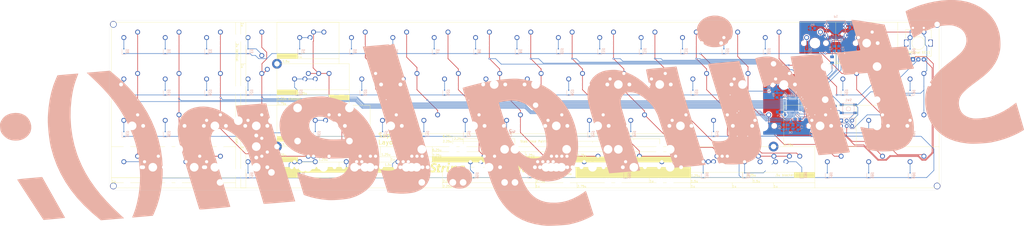
<source format=kicad_pcb>
(kicad_pcb (version 20211014) (generator pcbnew)
  (layers (0 "F.Cu" signal) (31 "B.Cu" signal) (34 "B.Paste" user) (35 "F.Paste" user) (36 "B.SilkS" user "B.Silkscreen") (37 "F.SilkS" user "F.Silkscreen") (38 "B.Mask" user) (39 "F.Mask" user) (44 "Edge.Cuts" user))
  (net 0 "")
  (net 1 "GND")
  (net 2 "VCC")
  (net 3 "Net-(C8-Pad1)")
  (net 4 "Net-(R2-Pad1)")
  (net 5 "Net-(R3-Pad1)")
  (net 6 "Net-(R4-Pad2)")
  (net 8 "/Reset")
  (net 9 "/Row_0")
  (net 10 "/Row_1")
  (net 11 "/Row_2")
  (net 12 "/Row_3")
  (net 13 "/Row_4")
  (net 14 "/Col_0")
  (net 15 "/Col_1")
  (net 16 "/Col_2")
  (net 17 "/Col_3")
  (net 18 "/Col_4")
  (net 19 "/Col_5")
  (net 20 "/Col_6")
  (net 21 "/Col_7")
  (net 22 "/Col_8")
  (net 23 "/Col_9")
  (net 24 "/Col_10")
  (net 25 "/Col_11")
  (net 26 "/Col_12")
  (net 27 "/Col_13")
  (net 28 "/Col_14")
  (net 29 "/Col_15")
  (net 30 "/Col_16")
  (net 31 "/Col_17")
  (net 32 "Net-(D0-Pad2)")
  (net 33 "Net-(D1-Pad2)")
  (net 34 "Net-(D2-Pad2)")
  (net 35 "Net-(D3-Pad2)")
  (net 36 "Net-(D4-Pad2)")
  (net 37 "Net-(D5-Pad2)")
  (net 38 "Net-(D6-Pad2)")
  (net 39 "Net-(D7-Pad2)")
  (net 40 "Net-(D8-Pad2)")
  (net 41 "Net-(D9-Pad2)")
  (net 42 "Net-(D10-Pad2)")
  (net 43 "Net-(D11-Pad2)")
  (net 44 "Net-(D12-Pad2)")
  (net 45 "Net-(D13-Pad2)")
  (net 46 "Net-(D14-Pad2)")
  (net 47 "Net-(D15-Pad2)")
  (net 48 "Net-(D16-Pad2)")
  (net 49 "Net-(D17-Pad2)")
  (net 50 "Net-(D18-Pad2)")
  (net 51 "Net-(D19-Pad2)")
  (net 52 "Net-(D20-Pad2)")
  (net 53 "Net-(D21-Pad2)")
  (net 54 "Net-(D22-Pad2)")
  (net 55 "Net-(D23-Pad2)")
  (net 56 "Net-(D24-Pad2)")
  (net 57 "Net-(D25-Pad2)")
  (net 58 "Net-(D26-Pad2)")
  (net 59 "Net-(D27-Pad2)")
  (net 60 "Net-(D28-Pad2)")
  (net 61 "Net-(D29-Pad2)")
  (net 62 "Net-(D30-Pad2)")
  (net 63 "Net-(D31-Pad2)")
  (net 64 "Net-(D32-Pad2)")
  (net 65 "Net-(D33-Pad2)")
  (net 66 "Net-(D34-Pad2)")
  (net 67 "Net-(D35-Pad2)")
  (net 68 "Net-(D36-Pad2)")
  (net 69 "Net-(D37-Pad2)")
  (net 70 "Net-(D39-Pad2)")
  (net 71 "Net-(D40-Pad2)")
  (net 72 "Net-(D41-Pad2)")
  (net 73 "Net-(D42-Pad2)")
  (net 74 "Net-(D43-Pad2)")
  (net 75 "Net-(D44-Pad2)")
  (net 76 "Net-(D45-Pad2)")
  (net 77 "Net-(D46-Pad2)")
  (net 78 "Net-(D47-Pad2)")
  (net 79 "Net-(D48-Pad2)")
  (net 80 "Net-(D49-Pad2)")
  (net 81 "Net-(D50-Pad2)")
  (net 82 "Net-(D51-Pad2)")
  (net 83 "Net-(D52-Pad2)")
  (net 84 "Net-(D53-Pad2)")
  (net 85 "Net-(D54-Pad2)")
  (net 86 "Net-(D55-Pad2)")
  (net 87 "Net-(D56-Pad2)")
  (net 88 "Net-(D57-Pad2)")
  (net 89 "Net-(D58-Pad2)")
  (net 90 "Net-(D59-Pad2)")
  (net 91 "Net-(D60-Pad2)")
  (net 92 "Net-(D61-Pad2)")
  (net 93 "Net-(D62-Pad2)")
  (net 94 "Net-(D63-Pad2)")
  (net 95 "Net-(D64-Pad2)")
  (net 96 "Net-(D65-Pad2)")
  (net 97 "Net-(D66-Pad2)")
  (net 98 "Net-(D67-Pad2)")
  (net 99 "Net-(D68-Pad2)")
  (net 100 "Net-(D69-Pad2)")
  (net 101 "Net-(P1-PadB5)")
  (net 102 "Net-(P1-PadA7)")
  (net 103 "Net-(P1-PadA6)")
  (net 104 "Net-(P1-PadA5)")
  (net 107 "Net-(F1-Pad2)")
  (net 108 "Net-(C1-Pad3)")
  (net 109 "Net-(C1-Pad1)")
  (net 110 "Rotary_A")
  (net 111 "Rotary_B")
  (net 112 "Net-(K38-2uVert1-Pad2)")
  (footprint "MX_Only:MXOnly-1U-NoLED" (layer "F.Cu") (at 368.18375 67.945)
    (fp_text reference "K51")
    (fp_text value "KEYSW")
  )
  (footprint "random-keyboard-parts:M2 Mounting Hole" (layer "F.Cu") (at 320.55875 77.47)
    (fp_text reference "H4" hide)
    (fp_text value "MountingHole")
  )
  (footprint "random-keyboard-parts:M2 Mounting Hole" (layer "F.Cu") (at 320.55875 39.37)
    (fp_text reference "H1" hide)
    (fp_text value "MountingHole")
  )
  (footprint "MX_Only:MXOnly-1U-NoLED" (layer "F.Cu") (at 387.23375 29.845)
    (fp_text reference "K66")
    (fp_text value "KEYSW")
  )
  (footprint "MX_Only:MXOnly-1U-NoLED" (layer "F.Cu") (at 387.23375 48.895)
    (fp_text reference "K67")
    (fp_text value "KEYSW")
  )
  (footprint "MX_Only:MXOnly-1U-NoLED" (layer "F.Cu") (at 387.23375 67.945)
    (fp_text reference "K68")
    (fp_text value "KEYSW")
  )
  (footprint "MX_Only:MXOnly-1U-NoLED" (layer "F.Cu") (at 387.23375 86.995)
    (fp_text reference "K69")
    (fp_text value "KEYSW")
  )
  (footprint "MX_Only:MXOnly-1U-NoLED" (layer "F.Cu") (at 82.43375 29.845)
    (fp_text reference "K3")
    (fp_text value "KEYSW")
  )
  (footprint "MX_Only:MXOnly-1U-NoLED" (layer "F.Cu") (at 82.43375 48.895)
    (fp_text reference "K21")
    (fp_text value "KEYSW")
  )
  (footprint "MX_Only:MXOnly-1U-NoLED" (layer "F.Cu") (at 82.43375 67.945)
    (fp_text reference "K38")
    (fp_text value "KEYSW")
  )
  (footprint "MX_Only:MXOnly-1U-NoLED" (layer "F.Cu") (at 82.43375 86.995)
    (fp_text reference "K54")
    (fp_text value "KEYSW")
  )
  (footprint "MX_Only:MXOnly-2.25U-ReversedStabilizers-NoLED" (layer "F.Cu") (at 113.39 67.945)
    (fp_text reference "K39")
    (fp_text value "KEYSW")
  )
  (footprint "MX_Only:MXOnly-1.75U-NoLED" (layer "F.Cu") (at 108.6275 48.895)
    (fp_text reference "K22")
    (fp_text value "KEYSW")
  )
  (footprint "MX_Only:MXOnly-1.5U-NoLED" (layer "F.Cu") (at 106.24625 29.845)
    (fp_text reference "K4")
    (fp_text value "KEYSW")
  )
  (footprint "MX_Only:MXOnly-1.5U-NoLED" (layer "F.Cu") (at 106.24625 86.995)
    (fp_text reference "K55")
    (fp_text value "KEYSW")
  )
  (footprint "MX_Only:MXOnly-1U-NoLED" (layer "F.Cu") (at 44.33375 29.845)
    (fp_text reference "K1")
    (fp_text value "KEYSW")
  )
  (footprint "MX_Only:MXOnly-1U-NoLED" (layer "F.Cu") (at 63.38375 29.845)
    (fp_text reference "K2")
    (fp_text value "KEYSW")
  )
  (footprint "MX_Only:MXOnly-1U-NoLED" (layer "F.Cu") (at 44.33375 67.945)
    (fp_text reference "K36")
    (fp_text value "KEYSW")
  )
  (footprint "MX_Only:MXOnly-1U-NoLED" (layer "F.Cu") (at 25.28375 67.945)
    (fp_text reference "K35")
    (fp_text value "KEYSW")
  )
  (footprint "MX_Only:MXOnly-1U-NoLED" (layer "F.Cu") (at 44.33375 48.895)
    (fp_text reference "K19")
    (fp_text value "KEYSW")
  )
  (footprint "MX_Only:MXOnly-1U-NoLED" (layer "F.Cu") (at 25.28375 48.895)
    (fp_text reference "K18")
    (fp_text value "KEYSW")
  )
  (footprint "MX_Only:MXOnly-1U-NoLED" (layer "F.Cu") (at 63.38375 48.895)
    (fp_text reference "K20")
    (fp_text value "KEYSW")
  )
  (footprint "MX_Only:MXOnly-1U-NoLED" (layer "F.Cu") (at 63.38375 67.945)
    (fp_text reference "K37")
    (fp_text value "KEYSW")
  )
  (footprint "MX_Only:MXOnly-2U-ReversedStabilizers-NoLED" (layer "F.Cu") (at 34.80875 86.995)
    (fp_text reference "K52")
    (fp_text value "KEYSW")
  )
  (footprint "MX_Only:MXOnly-1U-NoLED" (layer "F.Cu") (at 63.38375 86.995)
    (fp_text reference "K53")
    (fp_text value "KEYSW")
  )
  (footprint "random-keyboard-parts:M2 Mounting Hole" (layer "F.Cu") (at 91.95875 77.47)
    (fp_text reference "H2" hide)
    (fp_text value "MountingHole")
  )
  (footprint "random-keyboard-parts:M2 Mounting Hole" (layer "F.Cu") (at 91.95875 39.37)
    (fp_text reference "H3" hide)
    (fp_text value "MountingHole")
  )
  (footprint "MX_Only:MXOnly-1U-NoLED" (layer "F.Cu") (at 25.28375 29.845)
    (fp_text reference "K0")
    (fp_text value "KEYSW")
  )
  (footprint "Images:dotlen_14" (layer "F.Cu") (at 202.543681 87.021658)
    (fp_text reference "G1" hide)
    (fp_text value "dotlen" hide)
  )
  (footprint "Images:String_5.7mm_high" (layer "F.Cu") (at 170.446691 87.78056)
    (fp_text reference "G3" hide)
    (fp_text value "string" hide)
  )
  (footprint "random-keyboard-parts:M2 Mounting Hole" (layer "F.Cu") (at 211.02125 58.42)
    (fp_text reference "H5" hide)
    (fp_text value "MountingHole")
  )
  (footprint "MX_Only:MXOnly-1.25U-NoLED" (layer "F.Cu") (at 103.865 48.895)
    (fp_text reference "K22-stepped1")
    (fp_text value "KEYSW")
  )
  (footprint "MX_Only:MXOnly-2U-NoLED" (layer "F.Cu") (at 82.43375 39.37 -90)
    (fp_text reference "K3-2uVert1")
    (fp_text value "KEYSW")
  )
  (footprint "MX_Only:MXOnly-2U-NoLED" (layer "F.Cu") (at 82.43375 77.47 -90)
    (fp_text reference "K38-2uVert1")
    (fp_text value "KEYSW")
  )
  (footprint "MX_Only:MXOnly-1.25U-NoLED" (layer "F.Cu") (at 103.865 86.995)
    (fp_text reference "K55-1.25")
    (fp_text value "KEYSW")
  )
  (footprint "MX_Only:MXOnly-1.25U-NoLED" (layer "F.Cu") (at 127.6775 86.995)
    (fp_text reference "K56-1.25")
    (fp_text value "KEYSW")
  )
  (footprint "MX_Only:MXOnly-1.25U-NoLED" (layer "F.Cu") (at 151.49 86.995)
    (fp_text reference "K57-1.25")
    (fp_text value "KEYSW")
  )
  (footprint "MX_Only:MXOnly-1.5U-NoLED" (layer "F.Cu") (at 134.82125 86.995)
    (fp_text reference "K57-1.5u1")
    (fp_text value "KEYSW")
  )
  (footprint "MX_Only:MXOnly-6.25U-ReversedStabilizers-NoLED" (layer "F.Cu") (at 222.9275 86.995)
    (fp_text reference "K58-6u1")
    (fp_text value "KEYSW")
  )
  (footprint "MX_Only:MXOnly-2.25U-ReversedStabilizers-NoLED" (layer "F.Cu") (at 184.8275 86.995)
    (fp_text reference "K58for1.25Row1")
    (fp_text value "KEYSW")
  )
  (footprint "MX_Only:MXOnly-1.25U-NoLED" (layer "F.Cu") (at 218.165 86.995)
    (fp_text reference "K59-1.25u1")
    (fp_text value "KEYSW")
  )
  (footprint "MX_Only:MXOnly-7U-ReversedStabilizers-NoLED" (layer "F.Cu") (at 215.78375 86.995)
    (fp_text reference "K59-7u1")
    (fp_text value "KEYSW")
  )
  (footprint "MX_Only:MXOnly-2.75U-ReversedStabilizers-NoLED" (layer "F.Cu") (at 237.215 86.995)
    (fp_text reference "K59Alt1")
    (fp_text value "KEYSW")
  )
  (footprint "MX_Only:MXOnly-1U-NoLED" (layer "F.Cu") (at 272.93375 86.995)
    (fp_text reference "K60Alt1")
    (fp_text value "KEYSW")
  )
  (footprint "MX_Only:MXOnly-1.5U-NoLED" (layer "F.Cu") (at 296.74625 86.995)
    (fp_text reference "K61-1.5u1")
    (fp_text value "KEYSW")
  )
  (footprint "MX_Only:MXOnly-1.5U-NoLED" (layer "F.Cu") (at 325.32125 86.995)
    (fp_text reference "K62-1.5u1")
    (fp_text value "KEYSW")
  )
  (footprint "random-keyboard-parts:RotaryEncoder_Alps_EC11E-Switch_Vertical_H20mm_MX-1U" (layer "F.Cu") (at 387.23375 29.845 90)
    (fp_text reference "SW3" hide)
    (fp_text value "Rotary_Encoder_Switch" hide)
  )
  (footprint "MX_Only:MXOnly-1.25U-NoLED" (layer "F.Cu") (at 113.39 48.895)
    (fp_text reference "K22-spacer1")
    (fp_text value "KEYSW")
  )
  (footprint "MX_Only:MXOnly-1.75U-NoLED" (layer "F.Cu") (at 118.1525 67.945)
    (fp_text reference "K39-spacer1")
    (fp_text value "KEYSW")
  )
  (footprint "MX_Only:MXOnly-1U-NoLED" (layer "F.Cu") (at 111.00875 29.845)
    (fp_text reference "K4-spacer1")
    (fp_text value "KEYSW")
  )
  (footprint "MX_Only:MXOnly-1.25U-NoLED" (layer "F.Cu") (at 113.39 86.995)
    (fp_text reference "K55-spacer1")
    (fp_text value "KEYSW")
  )
  (footprint "MX_Only:MXOnly-1U-NoLED" (layer "F.Cu") (at 172.92125 48.895)
    (fp_text reference "K25")
    (fp_text value "KEYSW")
  )
  (footprint "MX_Only:MXOnly-1U-NoLED" (layer "F.Cu") (at 201.49625 67.945)
    (fp_text reference "K43")
    (fp_text value "KEYSW")
  )
  (footprint "MX_Only:MXOnly-1U-NoLED" (layer "F.Cu") (at 182.44625 67.945)
    (fp_text reference "K42")
    (fp_text value "KEYSW")
  )
  (footprint "MX_Only:MXOnly-1U-NoLED" (layer "F.Cu") (at 153.87125 86.995)
    (fp_text reference "K57-1u1")
    (fp_text value "KEYSW")
  )
  (footprint "MX_Only:MXOnly-1U-NoLED" (layer "F.Cu") (at 325.32125 48.895)
    (fp_text reference "K33")
    (fp_text value "KEYSW")
  )
  (footprint "MX_Only:MXOnly-2.25U-ReversedStabilizers-NoLED" (layer "F.Cu") (at 356.2775 48.895)
    (fp_text reference "K34")
    (fp_text value "KEYSW")
  )
  (footprint "MX_Only:MXOnly-1U-NoLED" (layer "F.Cu") (at 144.34625 67.945)
    (fp_text reference "K40")
    (fp_text value "KEYSW")
  )
  (footprint "MX_Only:MXOnly-2.25U-ReversedStabilizers-NoLED" (layer "F.Cu") (at 189.59 86.995)
    (fp_text reference "K58")
    (fp_text value "KEYSW")
  )
  (footprint "MX_Only:MXOnly-1U-NoLED" (layer "F.Cu") (at 368.18375 86.995)
    (fp_text reference "K65")
    (fp_text value "KEYSW")
  )
  (footprint "MX_Only:MXOnly-1U-NoLED" (layer "F.Cu") (at 244.35875 29.845)
    (fp_text reference "K11")
    (fp_text value "KEYSW")
  )
  (footprint "MX_Only:MXOnly-1U-NoLED" (layer "F.Cu") (at 315.79625 67.945)
    (fp_text reference "K49")
    (fp_text value "KEYSW")
  )
  (footprint "MX_Only:MXOnly-2U-ReversedStabilizers-NoLED" (layer "F.Cu") (at 53.85875 86.995)
    (fp_text reference "K52-2u1")
    (fp_text value "KEYSW")
  )
  (footprint "MX_Only:MXOnly-1U-NoLED" (layer "F.Cu") (at 291.98375 86.995)
    (fp_text reference "K61")
    (fp_text value "KEYSW")
  )
  (footprint "MX_Only:MXOnly-1U-NoLED" (layer "F.Cu") (at 134.82125 48.895)
    (fp_text reference "K23")
    (fp_text value "KEYSW")
  )
  (footprint "MX_Only:MXOnly-1.25U-NoLED" (layer "F.Cu") (at 318.177754 86.995056)
    (fp_text reference "K62-1.25u1")
    (fp_text value "KEYSW")
  )
  (footprint "MX_Only:MXOnly-2.75U-ReversedStabilizers-NoLED" (layer "F.Cu") (at 256.265 86.995)
    (fp_text reference "K60")
    (fp_text value "KEYSW")
  )
  (footprint "random-keyboard-parts:M2 Mounting Hole" (layer "F.Cu") (at 16.65875 21.22)
    (fp_text reference "H7" hide)
    (fp_text value "MountingHole")
  )
  (footprint "MX_Only:MXOnly-1U-NoLED" (layer "F.Cu") (at 263.40875 29.845)
    (fp_text reference "K12")
    (fp_text value "KEYSW")
  )
  (footprint "MX_Only:MXOnly-1U-NoLED" (layer "F.Cu") (at 220.54625 67.945)
    (fp_text reference "K44")
    (fp_text value "KEYSW")
  )
  (footprint "MX_Only:MXOnly-1U-NoLED" (layer "F.Cu") (at 330.08375 86.995)
    (fp_text reference "K63")
    (fp_text value "KEYSW")
  )
  (footprint "MX_Only:MXOnly-1.25U-NoLED" (layer "F.Cu") (at 156.2525 86.995)
    (fp_text reference "K57")
    (fp_text value "KEYSW")
  )
  (footprint "MX_Only:MXOnly-1U-NoLED" (layer "F.Cu") (at 268.17125 48.895)
    (fp_text reference "K30")
    (fp_text value "KEYSW")
  )
  (footprint "MX_Only:MXOnly-1U-NoLED" (layer "F.Cu") (at 296.74625 67.945)
    (fp_text reference "K48")
    (fp_text value "KEYSW")
  )
  (footprint "MX_Only:MXOnly-1U-NoLED" (layer "F.Cu") (at 320.55875 29.845)
    (fp_text reference "K15")
    (fp_text value "KEYSW")
  )
  (footprint "MX_Only:MXOnly-1U-NoLED" (layer "F.Cu") (at 187.20875 29.845)
    (fp_text reference "K8")
    (fp_text value "KEYSW")
  )
  (footprint "MX_Only:MXOnly-1U-NoLED" (layer "F.Cu") (at 149.10875 29.845)
    (fp_text reference "K6")
    (fp_text value "KEYSW")
  )
  (footprint "MX_Only:MXOnly-1U-NoLED" (layer "F.Cu") (at 306.27125 48.895)
    (fp_text reference "K32")
    (fp_text value "KEYSW")
  )
  (footprint "MX_Only:MXOnly-1U-NoLED" (layer "F.Cu") (at 220.54625 86.995)
    (fp_text reference "K59")
    (fp_text value "KEYSW")
  )
  (footprint "random-keyboard-parts:M2 Mounting Hole" (layer "F.Cu") (at 395.85875 95.62 180)
    (fp_text reference "H6" hide)
    (fp_text value "MountingHole")
  )
  (footprint "MX_Only:MXOnly-1U-NoLED" (layer "F.Cu") (at 168.15875 29.845)
    (fp_text reference "K7")
    (fp_text value "KEYSW")
  )
  (footprint "MX_Only:MXOnly-1U-NoLED" (layer "F.Cu") (at 130.05875 29.845)
    (fp_text reference "K5")
    (fp_text value "KEYSW")
  )
  (footprint "MX_Only:MXOnly-1U-NoLED" (layer "F.Cu") (at 191.97125 48.895)
    (fp_text reference "K26")
    (fp_text value "KEYSW")
  )
  (footprint "MX_Only:MXOnly-1.5U-NoLED" (layer "F.Cu") (at 363.42125 29.845)
    (fp_text reference "K17")
    (fp_text value "KEYSW")
  )
  (footprint "random-keyboard-parts:M2 Mounting Hole" (layer "F.Cu") (at 395.85875 21.22)
    (fp_text reference "H9" hide)
    (fp_text value "MountingHole")
  )
  (footprint "MX_Only:MXOnly-1U-NoLED" (layer "F.Cu") (at 211.02125 48.895)
    (fp_text reference "K27")
    (fp_text value "KEYSW")
  )
  (footprint "MX_Only:MXOnly-1U-NoLED" (layer "F.Cu") (at 206.25875 29.845)
    (fp_text reference "K9")
    (fp_text value "KEYSW")
  )
  (footprint "MX_Only:MXOnly-1.25U-NoLED" (layer "F.Cu") (at 294.365234 86.995056)
    (fp_text reference "K61-1.25u1")
    (fp_text value "KEYSW")
  )
  (footprint "MX_Only:MXOnly-1U-NoLED" (layer "F.Cu") (at 349.13375 86.995)
    (fp_text reference "K64")
    (fp_text value "KEYSW")
  )
  (footprint "MX_Only:MXOnly-1U-NoLED" (layer "F.Cu") (at 25.28375 86.995)
    (fp_text reference "K52-1u1")
    (fp_text value "KEYSW")
  )
  (footprint "MX_Only:MXOnly-1U-NoLED" (layer "F.Cu") (at 282.45875 29.845)
    (fp_text reference "K13")
    (fp_text value "KEYSW")
  )
  (footprint "MX_Only:MXOnly-1U-NoLED" (layer "F.Cu") (at 287.22125 48.895)
    (fp_text reference "K31")
    (fp_text value "KEYSW")
  )
  (footprint "MX_Only:MXOnly-1U-NoLED" (layer "F.Cu") (at 225.30875 29.845)
    (fp_text reference "K10")
    (fp_text value "KEYSW")
  )
  (footprint "MX_Only:MXOnly-1U-NoLED" (layer "F.Cu") (at 153.87125 48.895)
    (fp_text reference "K24")
    (fp_text value "KEYSW")
  )
  (footprint "MX_Only:MXOnly-1U-NoLED" (layer "F.Cu") (at 301.50875 29.845)
    (fp_text reference "K14")
    (fp_text value "KEYSW")
  )
  (footprint "MX_Only:MXOnly-1U-NoLED" (layer "F.Cu") (at 258.64625 67.945)
    (fp_text reference "K46")
    (fp_text value "KEYSW")
  )
  (footprint "MX_Only:MXOnly-1U-NoLED" (layer "F.Cu") (at 230.07125 48.895)
    (fp_text reference "K28")
    (fp_text value "KEYSW")
  )
  (footprint "MX_Only:MXOnly-1U-NoLED" (layer "F.Cu") (at 163.39625 67.945)
    (fp_text reference "K41")
    (fp_text value "KEYSW")
  )
  (footprint "random-keyboard-parts:M2 Mounting Hole" (layer "F.Cu") (at 16.65875 95.62)
    (fp_text reference "H8" hide)
    (fp_text value "MountingHole")
  )
  (footprint "MX_Only:MXOnly-1.75U-NoLED" (layer "F.Cu") (at 341.99 67.945)
    (fp_text reference "K50")
    (fp_text value "KEYSW")
  )
  (footprint "MX_Only:MXOnly-1U-NoLED" (layer "F.Cu") (at 339.60875 29.845)
    (fp_text reference "K16")
    (fp_text value "KEYSW")
  )
  (footprint "MX_Only:MXOnly-1U-NoLED" (layer "F.Cu") (at 249.12125 48.895)
    (fp_text reference "K29")
    (fp_text value "KEYSW")
  )
  (footprint "MX_Only:MXOnly-1U-NoLED" (layer "F.Cu") (at 311.03375 86.995)
    (fp_text reference "K62")
    (fp_text value "KEYSW")
  )
  (footprint "MX_Only:MXOnly-1.25U-NoLED" (layer "F.Cu") (at 132.44 86.995)
    (fp_text reference "K56")
    (fp_text value "KEYSW")
  )
  (footprint "MX_Only:MXOnly-1U-NoLED" (layer "F.Cu") (at 277.69625 67.945)
    (fp_text reference "K47")
    (fp_text value "KEYSW")
  )
  (footprint "MX_Only:MXOnly-1U-NoLED" (layer "F.Cu") (at 239.59625 67.945)
    (fp_text reference "K45")
    (fp_text value "KEYSW")
  )
  (footprint "Diode_SMD:D_SOD-323F" (layer "B.Cu") (at 364.34835 90.678 90)
    (fp_text reference "D65")
    (fp_text value "SOD-323F")
  )
  (footprint "Capacitor_SMD:C_0805_2012Metric_Pad1.15x1.40mm_HandSolder" (layer "B.Cu") (at 323.25115 61.5823)
    (fp_text reference "C4")
    (fp_text value "0.1u")
  )
  (footprint "Capacitor_SMD:C_0805_2012Metric_Pad1.15x1.40mm_HandSolder" (layer "B.Cu") (at 325.08865 68.5315 -90)
    (fp_text reference "C6")
    (fp_text value "22p")
  )
  (footprint "Capacitor_SMD:C_0805_2012Metric_Pad1.15x1.40mm_HandSolder" (layer "B.Cu") (at 331.89585 68.6331 -90)
    (fp_text reference "C7")
    (fp_text value "22p")
  )
  (footprint "Capacitor_SMD:C_0805_2012Metric_Pad1.15x1.40mm_HandSolder" (layer "B.Cu") (at 337.41535 57.4167 180)
    (fp_text reference "C8")
    (fp_text value "1u")
  )
  (footprint "Resistor_SMD:R_0805_2012Metric_Pad1.15x1.40mm_HandSolder" (layer "B.Cu") (at 348.9452 59.8334 90)
    (fp_text reference "R1")
    (fp_text value "10k")
  )
  (footprint "Resistor_SMD:R_0805_2012Metric_Pad1.15x1.40mm_HandSolder" (layer "B.Cu") (at 348.60865 32.328 90)
    (fp_text reference "R2")
    (fp_text value "22R")
  )
  (footprint "Resistor_SMD:R_0805_2012Metric_Pad1.15x1.40mm_HandSolder" (layer "B.Cu") (at 350.58985 32.3026 90)
    (fp_text reference "R3")
    (fp_text value "22R")
  )
  (footprint "Resistor_SMD:R_0805_2012Metric_Pad1.15x1.40mm_HandSolder" (layer "B.Cu") (at 322.12915 53.8019 -90)
    (fp_text reference "R4")
    (fp_text value "10k")
  )
  (footprint "random-keyboard-parts:SKQG-1155865" (layer "B.Cu") (at 355.04 60.126)
    (fp_text reference "SW1")
    (fp_text value "Reset_Switch")
  )
  (footprint "Package_DFN_QFN:QFN-44-1EP_7x7mm_P0.5mm_EP5.2x5.2mm" (layer "B.Cu") (at 329.27905 58.3769 180)
    (fp_text reference "U1")
    (fp_text value "ATmega32U4-MUR")
  )
  (footprint "Connector_PinHeader_2.54mm:PinHeader_2x03_P2.54mm_Vertical" (layer "B.Cu") (at 351.6884 65.4812 -90)
    (fp_text reference "J2")
    (fp_text value "ICSP_Header")
  )
  (footprint "Diode_SMD:D_SOD-323F" (layer "B.Cu") (at 383.42375 33.655 90)
    (fp_text reference "D66")
    (fp_text value "SOD-323F")
  )
  (footprint "Diode_SMD:D_SOD-323F" (layer "B.Cu") (at 383.42375 52.705 90)
    (fp_text reference "D67")
    (fp_text value "SOD-323F")
  )
  (footprint "Diode_SMD:D_SOD-323F" (layer "B.Cu") (at 383.39835 71.628 90)
    (fp_text reference "D68")
    (fp_text value "SOD-323F")
  )
  (footprint "Diode_SMD:D_SOD-323F" (layer "B.Cu") (at 383.42375 90.7124 90)
    (fp_text reference "D69")
    (fp_text value "SOD-323F")
  )
  (footprint "Resistor_SMD:R_0805_2012Metric_Pad1.15x1.40mm_HandSolder" (layer "B.Cu") (at 338.48215 23.0251)
    (fp_text reference "R5")
    (fp_text value "5.1k")
  )
  (footprint "Resistor_SMD:R_0805_2012Metric_Pad1.15x1.40mm_HandSolder" (layer "B.Cu") (at 356.69395 22.7076 180)
    (fp_text reference "R6")
    (fp_text value "5.1k")
  )
  (footprint "Capacitor_SMD:C_0805_2012Metric_Pad1.15x1.40mm_HandSolder" (layer "B.Cu") (at 331.67425 64.8389 180)
    (fp_text reference "C2")
    (fp_text value "0.1u")
  )
  (footprint "Capacitor_SMD:C_0805_2012Metric_Pad1.15x1.40mm_HandSolder" (layer "B.Cu") (at 324.11475 53.8009 90)
    (fp_text reference "C3")
    (fp_text value "0.1u")
  )
  (footprint "Capacitor_SMD:C_0805_2012Metric_Pad1.15x1.40mm_HandSolder" (layer "B.Cu") (at 332.42905 52.0155 90)
    (fp_text reference "C5")
    (fp_text value "10u")
  )
  (footprint "Fuse:Fuse_1206_3216Metric" (layer "B.Cu") (at 347.5 37.5694 90)
    (fp_text reference "F1")
    (fp_text value "500mA")
  )
  (footprint "Connector_USB:918-418K2023S40001" (layer "B.Cu") (at 349.27 22.3)
    (fp_text reference "P1")
    (fp_text value "918-418K2023S40001")
  )
  (footprint "Diode_SMD:D_SOD-323F" (layer "B.Cu") (at 109.6054 71.6534 90)
    (fp_text reference "D39")
    (fp_text value "SOD-323F")
  )
  (footprint "Diode_SMD:D_SOD-323F" (layer "B.Cu") (at 101.35875 52.6034 90)
    (fp_text reference "D22")
    (fp_text value "SOD-323F")
  )
  (footprint "Diode_SMD:D_SOD-323F" (layer "B.Cu") (at 102.43625 33.5534 90)
    (fp_text reference "D4")
    (fp_text value "SOD-323F")
  )
  (footprint "Diode_SMD:D_SOD-323F" (layer "B.Cu") (at 102.46165 90.7034 90)
    (fp_text reference "D55")
    (fp_text value "SOD-323F")
  )
  (footprint "Diode_SMD:D_SOD-323F" (layer "B.Cu") (at 40.52375 71.6788 90)
    (fp_text reference "D36")
    (fp_text value "SOD-323F")
  )
  (footprint "Diode_SMD:D_SOD-323F" (layer "B.Cu") (at 78.64915 71.6534 90)
    (fp_text reference "D38")
    (fp_text value "SOD-323F")
  )
  (footprint "Diode_SMD:D_SOD-323F" (layer "B.Cu") (at 59.59915 71.6534 90)
    (fp_text reference "D37")
    (fp_text value "SOD-323F")
  )
  (footprint "Diode_SMD:D_SOD-323F" (layer "B.Cu") (at 21.47375 71.6788 90)
    (fp_text reference "D35")
    (fp_text value "SOD-323F")
  )
  (footprint "Diode_SMD:D_SOD-323F" (layer "B.Cu") (at 78.59835 52.6034 90)
    (fp_text reference "D21")
    (fp_text value "SOD-323F")
  )
  (footprint "Diode_SMD:D_SOD-323F" (layer "B.Cu") (at 40.49835 52.6034 90)
    (fp_text reference "D19")
    (fp_text value "SOD-323F")
  )
  (footprint "Diode_SMD:D_SOD-323F" (layer "B.Cu") (at 21.44835 52.6034 90)
    (fp_text reference "D18")
    (fp_text value "SOD-323F")
  )
  (footprint "Diode_SMD:D_SOD-323F" (layer "B.Cu") (at 40.52375 33.5534 90)
    (fp_text reference "D1")
    (fp_text value "SOD-323F")
  )
  (footprint "Diode_SMD:D_SOD-323F" (layer "B.Cu") (at 59.57375 33.5534 90)
    (fp_text reference "D2")
    (fp_text value "SOD-323F")
  )
  (footprint "Diode_SMD:D_SOD-323F" (layer "B.Cu") (at 21.47375 33.5534 90)
    (fp_text reference "D0")
    (fp_text value "SOD-323F")
  )
  (footprint "Diode_SMD:D_SOD-323F" (layer "B.Cu") (at 59.54835 52.6034 90)
    (fp_text reference "D20")
    (fp_text value "SOD-323F")
  )
  (footprint "Diode_SMD:D_SOD-323F" (layer "B.Cu") (at 78.62375 33.5534 90)
    (fp_text reference "D3")
    (fp_text value "SOD-323F")
  )
  (footprint "Diode_SMD:D_SOD-323F" (layer "B.Cu") (at 59.59915 90.7034 90)
    (fp_text reference "D53")
    (fp_text value "SOD-323F")
  )
  (footprint "Diode_SMD:D_SOD-323F" (layer "B.Cu") (at 78.64915 90.7034 90)
    (fp_text reference "D54")
    (fp_text value "SOD-323F")
  )
  (footprint "Diode_SMD:D_SOD-323F" (layer "B.Cu") (at 30.99875 90.805 90)
    (fp_text reference "D52")
    (fp_text value "SOD-323F")
  )
  (footprint "Crystal:Crystal_SMD_3225-4Pin_3.2x2.5mm" (layer "B.Cu") (at 328.3707 68.492)
    (fp_text reference "C1")
    (fp_text value "Crystal")
  )
  (footprint "Diode_SMD:D_SOD-323F" (layer "B.Cu") (at 345.29835 90.678 90)
    (fp_text reference "D64")
    (fp_text value "SOD-323F")
  )
  (footprint "Diode_SMD:D_SOD-323F" (layer "B.Cu") (at 128.6554 90.7034 90)
    (fp_text reference "D56")
    (fp_text value "SOD-323F")
  )
  (footprint "Diode_SMD:D_SOD-323F" (layer "B.Cu") (at 152.4425 90.805 90)
    (fp_text reference "D57")
    (fp_text value "SOD-323F")
  )
  (footprint "Diode_SMD:D_SOD-323F" (layer "B.Cu") (at 316.74875 50.8635 90)
    (fp_text reference "D33")
    (fp_text value "SOD-323F")
  )
  (footprint "Diode_SMD:D_SOD-323F" (layer "B.Cu") (at 364.34835 71.628 90)
    (fp_text reference "D51")
    (fp_text value "SOD-323F")
  )
  (footprint "Diode_SMD:D_SOD-323F" (layer "B.Cu") (at 273.91165 71.628 90)
    (fp_text reference "D47")
    (fp_text value "SOD-323F")
  )
  (footprint "Diode_SMD:D_SOD-323F" (layer "B.Cu") (at 245.31125 52.6034 90)
    (fp_text reference "D29")
    (fp_text value "SOD-323F")
  )
  (footprint "Diode_SMD:D_SOD-323F" (layer "B.Cu") (at 197.68625 71.6456 90)
    (fp_text reference "D43")
    (fp_text value "SOD-323F")
  )
  (footprint "Diode_SMD:D_SOD-323F" (layer "B.Cu") (at 316.74875 33.5534 90)
    (fp_text reference "D15")
    (fp_text value "SOD-323F")
  )
  (footprint "Diode_SMD:D_SOD-323F" (layer "B.Cu") (at 359.61125 33.655 90)
    (fp_text reference "D17")
    (fp_text value "SOD-323F")
  )
  (footprint "Diode_SMD:D_SOD-323F" (layer "B.Cu") (at 208.39235 90.6399 90)
    (fp_text reference "D59")
    (fp_text value "SOD-323F")
  )
  (footprint "Diode_SMD:D_SOD-323F" (layer "B.Cu") (at 140.56165 71.6534 90)
    (fp_text reference "D40")
    (fp_text value "SOD-323F")
  )
  (footprint "Diode_SMD:D_SOD-323F" (layer "B.Cu") (at 278.64875 33.5534 90)
    (fp_text reference "D13")
    (fp_text value "SOD-323F")
  )
  (footprint "Diode_SMD:D_SOD-323F" (layer "B.Cu") (at 333.56355 90.5383 90)
    (fp_text reference "D63")
    (fp_text value "SOD-323F")
  )
  (footprint "Diode_SMD:D_SOD-323F" (layer "B.Cu") (at 216.76165 71.628 90)
    (fp_text reference "D44")
    (fp_text value "SOD-323F")
  )
  (footprint "Diode_SMD:D_SOD-323F" (layer "B.Cu") (at 292.96165 71.628 90)
    (fp_text reference "D48")
    (fp_text value "SOD-323F")
  )
  (footprint "Diode_SMD:D_SOD-323F" (layer "B.Cu") (at 335.79875 33.5534 90)
    (fp_text reference "D16")
    (fp_text value "SOD-323F")
  )
  (footprint "Diode_SMD:D_SOD-323F" (layer "B.Cu") (at 126.24875 33.5534 90)
    (fp_text reference "D5")
    (fp_text value "SOD-323F")
  )
  (footprint "Diode_SMD:D_SOD-323F" (layer "B.Cu") (at 145.29875 33.5534 90)
    (fp_text reference "D6")
    (fp_text value "SOD-323F")
  )
  (footprint "Diode_SMD:D_SOD-323F" (layer "B.Cu") (at 159.61165 71.6534 90)
    (fp_text reference "D41")
    (fp_text value "SOD-323F")
  )
  (footprint "Diode_SMD:D_SOD-323F" (layer "B.Cu") (at 297.69875 33.5534 90)
    (fp_text reference "D14")
    (fp_text value "SOD-323F")
  )
  (footprint "Diode_SMD:D_SOD-323F" (layer "B.Cu") (at 178.66165 71.6534 90)
    (fp_text reference "D42")
    (fp_text value "SOD-323F")
  )
  (footprint "Diode_SMD:D_SOD-323F" (layer "B.Cu") (at 338.1546 71.628 90)
    (fp_text reference "D50")
    (fp_text value "SOD-323F")
  )
  (footprint "Diode_SMD:D_SOD-323F" (layer "B.Cu") (at 264.36125 52.6034 90)
    (fp_text reference "D30")
    (fp_text value "SOD-323F")
  )
  (footprint "Diode_SMD:D_SOD-323F" (layer "B.Cu") (at 240.54875 33.5534 90)
    (fp_text reference "D11")
    (fp_text value "SOD-323F")
  )
  (footprint "Diode_SMD:D_SOD-323F" (layer "B.Cu") (at 259.59875 33.5534 90)
    (fp_text reference "D12")
    (fp_text value "SOD-323F")
  )
  (footprint "Diode_SMD:D_SOD-323F" (layer "B.Cu") (at 235.81165 71.628 90)
    (fp_text reference "D45")
    (fp_text value "SOD-323F")
  )
  (footprint "Diode_SMD:D_SOD-323F" (layer "B.Cu") (at 221.49875 33.5534 90)
    (fp_text reference "D10")
    (fp_text value "SOD-323F")
  )
  (footprint "Diode_SMD:D_SOD-323F" (layer "B.Cu") (at 131.01125 52.6034 90)
    (fp_text reference "D23")
    (fp_text value "SOD-323F")
  )
  (footprint "Diode_SMD:D_SOD-323F" (layer "B.Cu") (at 307.24915 90.678 90)
    (fp_text reference "D62")
    (fp_text value "SOD-323F")
  )
  (footprint "Diode_SMD:D_SOD-323F" (layer "B.Cu") (at 150.06125 52.6034 90)
    (fp_text reference "D24")
    (fp_text value "SOD-323F")
  )
  (footprint "Diode_SMD:D_SOD-323F" (layer "B.Cu") (at 352.4675 52.6034 90)
    (fp_text reference "D34")
    (fp_text value "SOD-323F")
  )
  (footprint "Diode_SMD:D_SOD-323F" (layer "B.Cu") (at 283.41125 52.6034 90)
    (fp_text reference "D31")
    (fp_text value "SOD-323F")
  )
  (footprint "Diode_SMD:D_SOD-323F" (layer "B.Cu") (at 207.21125 52.6034 90)
    (fp_text reference "D27")
    (fp_text value "SOD-323F")
  )
  (footprint "Diode_SMD:D_SOD-323F" (layer "B.Cu") (at 311.96085 71.628 90)
    (fp_text reference "D49")
    (fp_text value "SOD-323F")
  )
  (footprint "Images:string-dotlen_90mm_high" (layer "B.Cu") (at 200.259421 70.418615 -175)
    (fp_text reference "G2")
    (fp_text value "string_dotlen" hide)
  )
  (footprint "Diode_SMD:D_SOD-323F" (layer "B.Cu") (at 202.44875 33.5534 90)
    (fp_text reference "D9")
    (fp_text value "SOD-323F")
  )
  (footprint "Diode_SMD:D_SOD-323F" (layer "B.Cu") (at 188.16125 52.6034 90)
    (fp_text reference "D26")
    (fp_text value "SOD-323F")
  )
  (footprint "Diode_SMD:D_SOD-323F" (layer "B.Cu") (at 182.44625 90.7034 90)
    (fp_text reference "D58")
    (fp_text value "SOD-323F")
  )
  (footprint "Diode_SMD:D_SOD-323F" (layer "B.Cu") (at 302.46125 52.6034 90)
    (fp_text reference "D32")
    (fp_text value "SOD-323F")
  )
  (footprint "Diode_SMD:D_SOD-323F" (layer "B.Cu") (at 252.4804 90.678 90)
    (fp_text reference "D60")
    (fp_text value "SOD-323F")
  )
  (footprint "Diode_SMD:D_SOD-323F" (layer "B.Cu") (at 183.39875 33.5534 90)
    (fp_text reference "D8")
    (fp_text value "SOD-323F")
  )
  (footprint "Diode_SMD:D_SOD-323F" (layer "B.Cu") (at 164.34875 33.5534 90)
    (fp_text reference "D7")
    (fp_text value "SOD-323F")
  )
  (footprint "Diode_SMD:D_SOD-323F" (layer "B.Cu") (at 169.11125 52.6034 90)
    (fp_text reference "D25")
    (fp_text value "SOD-323F")
  )
  (footprint "Diode_SMD:D_SOD-323F" (layer "B.Cu") (at 226.26125 52.6034 90)
    (fp_text reference "D28")
    (fp_text value "SOD-323F")
  )
  (footprint "Diode_SMD:D_SOD-323F" (layer "B.Cu") (at 288.19915 90.678 90)
    (fp_text reference "D61")
    (fp_text value "SOD-323F")
  )
  (footprint "Diode_SMD:D_SOD-323F" (layer "B.Cu") (at 254.86165 71.628 90)
    (fp_text reference "D46")
    (fp_text value "SOD-323F")
  )
  (gr_line (start 189.59 73.898125) (end 189.590146 74.493451) (layer "F.SilkS") (width 0.12))
  (gr_rect (start 101.48375 51.27625) (end 91.95875 53.6575) (layer "F.SilkS") (width 0) (fill solid))
  (gr_line (start 282.45875 91.7575) (end 282.45875 94.13875) (layer "F.SilkS") (width 0.12))
  (gr_line (start 330.084014 89.376308) (end 330.084014 91.75756) (layer "F.SilkS") (width 0.12))
  (gr_line (start 72.90875 20.32) (end 72.90875 96.52) (layer "F.SilkS") (width 0.12))
  (gr_line (start 201.49625 73.898125) (end 177.68375 73.898125) (layer "F.SilkS") (width 0.12))
  (gr_line (start 282.45875 91.7575) (end 263.40875 91.7575) (layer "F.SilkS") (width 0.12))
  (gr_line (start 339.60875 77.47) (end 358.65875 77.47) (layer "F.SilkS") (width 0.12))
  (gr_line (start 34.80875 94.13875) (end 34.80875 91.7575) (layer "F.SilkS") (width 0.12))
  (gr_line (start 201.49625 75.08875) (end 201.49625 73.898125) (layer "F.SilkS") (width 0.12))
  (gr_line (start 120.53375 34.6075) (end 101.48375 34.6075) (layer "F.SilkS") (width 0.12))
  (gr_line (start 396.75875 20.32) (end 377.70875 20.32) (layer "F.SilkS") (width 0.12))
  (gr_line (start 115.77125 53.6575) (end 118.1525 53.6575) (layer "F.SilkS") (width 0.12))
  (gr_line (start 184.8275 75.08875) (end 184.827642 75.684077) (layer "F.SilkS") (width 0.12))
  (gr_line (start 15.75875 96.52) (end 91.95875 96.52) (layer "F.SilkS") (width 0.12))
  (gr_line (start 244.35875 73.898125) (end 268.17125 73.898125) (layer "F.SilkS") (width 0.12))
  (gr_line (start 77.67125 58.42) (end 75.29 58.42) (layer "F.SilkS") (width 0.12))
  (gr_line (start 196.73375 75.08875) (end 172.92125 75.08875) (layer "F.SilkS") (width 0.12))
  (gr_line (start 177.68375 73.898125) (end 177.68375 76.279375) (layer "F.SilkS") (width 0.12))
  (gr_line (start 339.60875 96.52) (end 91.95875 96.52) (layer "F.SilkS") (width 0.12))
  (gr_line (start 225.30875 79.85125) (end 282.45875 79.85125) (layer "F.SilkS") (width 0.12))
  (gr_line (start 201.49625 75.08875) (end 201.49625 76.279375) (layer "F.SilkS") (width 0.12))
  (gr_line (start 75.29 58.42) (end 72.90875 58.42) (layer "F.SilkS") (width 0.12))
  (gr_line (start 282.45875 79.85125) (end 282.45875 77.47) (layer "F.SilkS") (width 0.12))
  (gr_line (start 211.02125 91.7575) (end 211.02125 94.13875) (layer "F.SilkS") (width 0.12))
  (gr_line (start 120.53375 94.13875) (end 120.53375 96.52) (layer "F.SilkS") (width 0.12))
  (gr_line (start 168.15875 94.13875) (end 168.15875 96.52) (layer "F.SilkS") (width 0.12))
  (gr_rect (start 220.54625 91.7575) (end 220.54625 91.7575) (layer "F.SilkS") (width 0.12) (fill none))
  (gr_line (start 120.53375 20.32) (end 91.95875 20.32) (layer "F.SilkS") (width 0.12))
  (gr_line (start 334.84625 58.42) (end 334.84625 39.37) (layer "F.SilkS") (width 0.12))
  (gr_rect (start 220.54625 88.185625) (end 220.54625 88.185625) (layer "F.SilkS") (width 0.12) (fill none))
  (gr_line (start 168.15875 91.7575) (end 168.15875 94.13875) (layer "F.SilkS") (width 0.12))
  (gr_line (start 225.30875 79.85125) (end 206.25875 79.85125) (layer "F.SilkS") (width 0.12))
  (gr_rect (start 91.95875 89.37625) (end 161.015 86.995) (layer "F.SilkS") (width 0.12) (fill solid))
  (gr_line (start 196.73375 75.08875) (end 196.73375 76.279375) (layer "F.SilkS") (width 0.12))
  (gr_line (start 134.82125 75.08875) (end 91.95875 75.08875) (layer "F.SilkS") (width 0.12))
  (gr_line (start 282.45875 94.13875) (end 282.45875 96.52) (layer "F.SilkS") (width 0.12))
  (gr_line (start 161.015 86.995) (end 91.95875 86.995) (layer "F.SilkS") (width 0.12))
  (gr_line (start 211.02125 94.13875) (end 211.02125 96.52) (layer "F.SilkS") (width 0.12))
  (gr_line (start 168.15875 89.37625) (end 101.48375 89.37625) (layer "F.SilkS") (width 0.12))
  (gr_line (start 101.48375 34.6075) (end 101.48375 36.98875) (layer "F.SilkS") (width 0.12))
  (gr_line (start 101.48375 82.2325) (end 101.48375 84.61375) (layer "F.SilkS") (width 0.12))
  (gr_line (start 282.45875 91.7575) (end 282.45875 82.2325) (layer "F.SilkS") (width 0.12))
  (gr_line (start 225.30875 75.08875) (end 249.12125 75.08875) (layer "F.SilkS") (width 0.12))
  (gr_line (start 172.92125 76.279375) (end 172.92125 73.898125) (layer "F.SilkS") (width 0.12))
  (gr_line (start 168.15875 89.37625) (end 168.15875 91.7575) (layer "F.SilkS") (width 0.12))
  (gr_line (start 75.29 96.52) (end 75.29 20.32) (layer "F.SilkS") (width 0.12))
  (gr_line (start 282.45875 86.995) (end 282.45875 84.61375) (layer "F.SilkS") (width 0.12))
  (gr_line (start 91.95875 20.32) (end 15.75875 20.32) (layer "F.SilkS") (width 0.12))
  (gr_line (start 101.48375 72.7075) (end 101.48375 75.08875) (layer "F.SilkS") (width 0.12))
  (gr_line (start 325.32125 77.47) (end 325.32125 58.42) (layer "F.SilkS") (width 0.12))
  (gr_line (start 163.39625 84.61375) (end 101.48375 84.61375) (layer "F.SilkS") (width 0.12))
  (gr_rect (start 229.475953 91.7575) (end 282.45875 86.995) (layer "F.SilkS") (width 0.12) (fill solid))
  (gr_line (start 125.29625 84.61375) (end 125.29625 82.2325) (layer "F.SilkS") (width 0.12))
  (gr_line (start 125.29625 82.2325) (end 144.34625 82.2325) (layer "F.SilkS") (width 0.12))
  (gr_line (start 334.84625 39.37) (end 377.70875 39.37) (layer "F.SilkS") (width 0.12))
  (gr_line (start 377.70875 58.42) (end 377.70875 77.47) (layer "F.SilkS") (width 0.12))
  (gr_line (start 263.40875 91.7575) (end 263.40875 94.13875) (layer "F.SilkS") (width 0.12))
  (gr_line (start 377.70875 36.98875) (end 377.70875 39.37) (layer "F.SilkS") (width 0.12))
  (gr_line (start 15.75875 20.32) (end 15.75875 96.52) (layer "F.SilkS") (width 0.12))
  (gr_line (start 396.75875 96.52) (end 339.60875 96.52) (layer "F.SilkS") (width 0.12))
  (gr_line (start 168.15875 82.2325) (end 282.45875 82.2325) (layer "F.SilkS") (width 0.12))
  (gr_rect (start 101.48375 82.2325) (end 91.95875 84.61375) (layer "F.SilkS") (width 0) (fill solid))
  (gr_line (start 377.70875 77.47) (end 396.75875 77.47) (layer "F.SilkS") (width 0.12))
  (gr_line (start 301.50899 94.138812) (end 301.50875 96.52) (layer "F.SilkS") (width 0.12))
  (gr_line (start 237.215 75.08875) (end 237.215186 75.684077) (layer "F.SilkS") (width 0.12))
  (gr_line (start 282.45875 94.13875) (end 230.07125 94.13875) (layer "F.SilkS") (width 0.12))
  (gr_line (start 282.45875 86.995) (end 225.30875 86.995) (layer "F.SilkS") (width 0.12))
  (gr_line (start 222.9275 72.7075) (end 222.927674 73.302825) (layer "F.SilkS") (width 0.12))
  (gr_rect (start 101.48375 34.6075) (end 91.95875 36.98875) (layer "F.SilkS") (width 0) (fill solid))
  (gr_line (start 134.82125 77.47) (end 134.82125 58.42) (layer "F.SilkS") (width 0.12))
  (gr_line (start 230.07125 94.13875) (end 211.02125 94.13875) (layer "F.SilkS") (width 0.12))
  (gr_line (start 358.65875 58.42) (end 377.70875 58.42) (layer "F.SilkS") (width 0.12))
  (gr_line (start 125.29625 58.42) (end 125.29625 39.37) (layer "F.SilkS") (width 0.12))
  (gr_line (start 134.82125 58.42) (end 91.95875 58.42) (layer "F.SilkS") (width 0.12))
  (gr_line (start 320.55875 94.138812) (end 320.55875 96.52) (layer "F.SilkS") (width 0.12))
  (gr_line (start 144.34625 94.13875) (end 144.34625 96.52) (layer "F.SilkS") (width 0.12))
  (gr_line (start 272.93375 71.516875) (end 272.93375 72.7075) (layer "F.SilkS") (width 0.12))
  (gr_line (start 75.29 96.52) (end 77.67125 96.52) (layer "F.SilkS") (width 0.12))
  (gr_line (start 158.63375 71.516875) (end 272.93375 71.516875) (layer "F.SilkS") (width 0.12))
  (gr_line (start 311.03375 91.7575) (end 311.03375 91.7575) (layer "F.SilkS") (width 0.12))
  (gr_line (start 396.75875 77.47) (end 396.75875 20.32) (layer "F.SilkS") (width 0.12))
  (gr_line (start 268.17125 73.898125) (end 268.17125 76.279375) (layer "F.SilkS") (width 0.12))
  (gr_line (start 282.45875 84.61375) (end 220.54625 84.61375) (layer "F.SilkS") (width 0.12))
  (gr_line (start 282.45875 94.13875) (end 339.60875 94.13875) (layer "F.SilkS") (width 0.12))
  (gr_line (start 206.25875 82.2325) (end 206.25875 79.85125) (layer "F.SilkS") (width 0.12))
  (gr_line (start 91.95875 77.47) (end 339.60875 77.47) (layer "F.SilkS") (width 0.12))
  (gr_line (start 144.34625 82.2325) (end 168.15875 82.2325) (layer "F.SilkS") (width 0.12))
  (gr_line (start 77.67125 39.37) (end 75.29 39.37) (layer "F.SilkS") (width 0.12))
  (gr_line (start 91.95875 94.13875) (end 91.95875 96.52) (layer "F.SilkS") (width 0.12))
  (gr_line (start 272.93375 72.7075) (end 272.93375 77.47) (layer "F.SilkS") (width 0.12))
  (gr_line (start 215.78375 71.516875) (end 215.783918 72.112199) (layer "F.SilkS") (width 0.12))
  (gr_line (start 144.34625 91.7575) (end 144.34625 94.13875) (layer "F.SilkS") (width 0.12))
  (gr_rect (start 91.95875 89.37625) (end 161.015 86.995) (layer "F.SilkS") (width 0.12) (fill none))
  (gr_rect (start 125.29625 56.03875) (end 115.77125 53.6575) (layer "F.SilkS") (width 0) (fill solid))
  (gr_rect (start 339.60875 91.7575) (end 330.084014 89.376308) (layer "F.SilkS") (width 0.12) (fill solid))
  (gr_line (start 77.67125 77.47) (end 75.29 77.47) (layer "F.SilkS") (width 0.12))
  (gr_line (start 172.92125 72.7075) (end 272.93375 72.7075) (layer "F.SilkS") (width 0.12))
  (gr_line (start 144.34625 84.61375) (end 144.34625 82.2325) (layer "F.SilkS") (width 0.12))
  (gr_line (start 120.53375 53.6575) (end 122.915 53.6575) (layer "F.SilkS") (width 0.12))
  (gr_line (start 377.70875 39.37) (end 377.70875 58.42) (layer "F.SilkS") (width 0.12))
  (gr_line (start 115.77125 53.6575) (end 115.77125 56.03875) (layer "F.SilkS") (width 0.12))
  (gr_line (start 168.15875 94.13875) (end 211.02125 94.13875) (layer "F.SilkS") (width 0.12))
  (gr_line (start 120.53375 84.61375) (end 120.53375 86.995) (layer "F.SilkS") (width 0.12))
  (gr_line (start 377.70875 20.32) (end 377.70875 36.98875) (layer "F.SilkS") (width 0.12))
  (gr_line (start 53.85875 96.52) (end 53.85875 94.13875) (layer "F.SilkS") (width 0.12))
  (gr_line (start 77.67125 58.42) (end 91.95875 58.42) (layer "F.SilkS") (width 0.12))
  (gr_rect (start 101.48375 72.7075) (end 91.95875 75.08875) (layer "F.SilkS") (width 0) (fill solid))
  (gr_line (start 125.29625 51.27625) (end 101.48375 51.27625) (layer "F.SilkS") (width 0.12))
  (gr_line (start 149.10875 86.995) (end 149.10875 84.61375) (layer "F.SilkS") (width 0.12))
  (gr_line (start 134.82125 72.7075) (end 101.48375 72.7075) (layer "F.SilkS") (width 0.12))
  (gr_line (start 339.60875 91.7575) (end 282.45875 91.7575) (layer "F.SilkS") (width 0.12))
  (gr_rect (start 163.39625 82.2325) (end 282.45875 84.61375) (layer "F.SilkS") (width 0.12) (fill solid))
  (gr_line (start 91.95875 56.03875) (end 125.29625 56.03875) (layer "F.SilkS") (width 0.12))
  (gr_line (start 396.75875 77.47) (end 396.75875 96.52) (layer "F.SilkS") (width 0.12))
  (gr_line (start 101.48375 82.2325) (end 125.29625 82.2325) (layer "F.SilkS") (width 0.12))
  (gr_line (start 120.53375 39.37) (end 120.53375 20.32) (layer "F.SilkS") (width 0.12))
  (gr_line (start 230.07125 94.13875) (end 230.07125 96.52) (layer "F.SilkS") (width 0.12))
  (gr_line (start 158.63375 76.279375) (end 158.63375 71.516875) (layer "F.SilkS") (width 0.12))
  (gr_line (start 91.95875 53.6575) (end 115.77125 53.6575) (layer "F.SilkS") (width 0.12))
  (gr_line (start 339.60875 96.52) (end 339.60875 77.47) (layer "F.SilkS") (width 0.12))
  (gr_rect (start 101.48375 89.37625) (end 91.95875 91.7575) (layer "F.SilkS") (width 0) (fill solid))
  (gr_line (start 358.65875 77.47) (end 358.65875 58.42) (layer "F.SilkS") (width 0.12))
  (gr_line (start 282.45875 82.2325) (end 282.45875 79.85125) (layer "F.SilkS") (width 0.12))
  (gr_line (start 230.07125 79.85125) (end 230.07125 82.2325) (layer "F.SilkS") (width 0.12))
  (gr_line (start 172.92125 73.898125) (end 172.92125 72.7075) (layer "F.SilkS") (width 0.12))
  (gr_line (start 125.29625 89.37625) (end 125.29625 91.7575) (layer "F.SilkS") (width 0.12))
  (gr_line (start 225.30875 76.279375) (end 225.30875 75.08875) (layer "F.SilkS") (width 0.12))
  (gr_line (start 211.02125 91.7575) (end 168.15875 91.7575) (layer "F.SilkS") (width 0.12))
  (gr_line (start 263.40875 91.7575) (end 215.78375 91.7575) (layer "F.SilkS") (width 0.12))
  (gr_line (start 139.58375 82.2325) (end 139.58375 77.47) (layer "F.SilkS") (width 0.12))
  (gr_line (start 163.39625 77.47) (end 163.39625 82.2325) (layer "F.SilkS") (width 0.12))
  (gr_line (start 325.32125 58.42) (end 358.65875 58.42) (layer "F.SilkS") (width 0.12))
  (gr_line (start 211.02125 96.52) (end 211.02125 94.13875) (layer "F.SilkS") (width 0.12))
  (gr_line (start 163.39625 84.61375) (end 163.39625 82.2325) (layer "F.SilkS") (width 0.12))
  (gr_line (start 120.53375 91.7575) (end 120.53375 94.13875) (layer "F.SilkS") (width 0.12))
  (gr_line (start 163.39625 84.61375) (end 211.02125 84.61375) (layer "F.SilkS") (width 0.12))
  (gr_line (start 91.95875 36.98875) (end 120.53375 36.98875) (layer "F.SilkS") (width 0.12))
  (gr_line (start 377.70875 20.32) (end 91.95875 20.32) (layer "F.SilkS") (width 0.12))
  (gr_line (start 15.75875 91.7575) (end 72.90875 91.7575) (layer "F.SilkS") (width 0.12))
  (gr_line (start 15.75875 77.47) (end 72.90875 77.47) (layer "F.SilkS") (width 0.12))
  (gr_line (start 256.265 73.898125) (end 256.265202 74.493451) (layer "F.SilkS") (width 0.12))
  (gr_line (start 34.80875 91.7575) (end 15.75875 91.7575) (layer "F.SilkS") (width 0.12))
  (gr_line (start 163.39625 79.85125) (end 206.25875 79.85125) (layer "F.SilkS") (width 0.12))
  (gr_line (start 91.95875 96.52) (end 91.95875 20.32) (layer "F.SilkS") (width 0.12))
  (gr_line (start 101.48375 51.27625) (end 101.48375 53.6575) (layer "F.SilkS") (width 0.12))
  (gr_line (start 311.03375 91.7575) (end 311.03375 94.13875) (layer "F.SilkS") (width 0.12))
  (gr_line (start 144.34625 89.37625) (end 144.34625 91.7575) (layer "F.SilkS") (width 0.12))
  (gr_line (start 72.90875 94.13875) (end 15.75875 94.13875) (layer "F.SilkS") (width 0.12))
  (gr_line (start 77.67125 96.52) (end 77.67125 20.32) (layer "F.SilkS") (width 0.12))
  (gr_line (start 115.77125 77.516834) (end 115.77125 82.279334) (layer "F.SilkS") (width 0.12))
  (gr_line (start 244.35875 75.08875) (end 244.35875 73.898125) (layer "F.SilkS") (width 0.12))
  (gr_line (start 249.12125 75.08875) (end 249.12125 76.279375) (layer "F.SilkS") (width 0.12))
  (gr_line (start 244.35875 75.08875) (end 244.35875 76.279375) (layer "F.SilkS") (width 0.12))
  (gr_line (start 306.271494 89.376308) (end 306.271494 91.75756) (layer "F.SilkS") (width 0.12))
  (gr_line (start 149.10875 84.61375) (end 149.10875 86.995) (layer "F.SilkS") (width 0.12))
  (gr_line (start 339.609022 89.376308) (end 282.45875 89.37625) (layer "F.SilkS") (width 0.12))
  (gr_line (start 215.78375 91.7575) (end 211.02125 91.7575) (layer "F.SilkS") (width 0.12))
  (gr_line (start 91.95875 91.7575) (end 115.77125 91.7575) (layer "F.SilkS") (width 0.12))
  (gr_line (start 144.34625 96.52) (end 144.34625 94.13875) (layer "F.SilkS") (width 0.12))
  (gr_line (start 194.3525 86.995) (end 180.065 86.995) (layer "F.SilkS") (width 0.12))
  (gr_line (start 349.13375 39.37) (end 349.13375 20.32) (layer "F.SilkS") (width 0.12))
  (gr_line (start 168.15875 91.7575) (end 91.95875 91.7575) (layer "F.SilkS") (width 0.12))
  (gr_line (start 91.95875 39.37) (end 125.29625 39.37) (layer "F.SilkS") (width 0.12))
  (gr_line (start 16.75875 97.52) (end 395.75875 97.52) (layer "Edge.Cuts") (width 0.05))
  (gr_line (start 397.75875 95.52) (end 397.75875 21.32) (layer "Edge.Cuts") (width 0.05))
  (gr_line (start 395.75875 19.32) (end 16.75875 19.32) (layer "Edge.Cuts") (width 0.05))
  (gr_line (start 14.75875 21.32) (end 14.75875 95.52) (layer "Edge.Cuts") (width 0.05))
  (gr_arc (start 397.75875 95.52) (mid 397.172964 96.934214) (end 395.75875 97.52) (layer "Edge.Cuts") (width 0.05))
  (gr_arc (start 395.75875 19.32) (mid 397.172964 19.905786) (end 397.75875 21.32) (layer "Edge.Cuts") (width 0.05))
  (gr_arc (start 14.75875 21.32) (mid 15.344536 19.905786) (end 16.75875 19.32) (layer "Edge.Cuts") (width 0.05))
  (gr_arc (start 16.75875 97.52) (mid 15.344536 96.934214) (end 14.75875 95.52) (layer "Edge.Cuts") (width 0.05))
  (gr_text "1.25u" (at 308.144391 90.6221) (layer "F.SilkS") (effects (font (size 1 1) (thickness 0.153)) (justify left)))
  (gr_text "1.25u" (at 206.25875 81.452525) (layer "F.SilkS") (effects (font (size 1 1) (thickness 0.153)) (justify left)))
  (gr_text "1.5u" (at 282.435293 93.446769) (layer "F.SilkS") (effects (font (size 1 1) (thickness 0.153)) (justify left)))
  (gr_text "6.25u" (at 163.39625 79.08925) (layer "F.SilkS") (effects (font (size 1 1) (thickness 0.153)) (justify left)))
  (gr_text "1.25u" (at 117.419403 81.493169) (layer "F.SilkS") (effects (font (size 1 1)) (justify left)))
  (gr_text "7u" (at 158.44923 85.480113) (layer "F.SilkS") (effects (font (size 1 1) (thickness 0.153)) (justify left)))
  (gr_text "1.5u" (at 349.13375 38.608) (layer "F.SilkS") (effects (font (size 1 1) (thickness 0.153)) (justify left)))
  (gr_text "Stab Hole Pairings\n" (at 203.8775 75.08875) (layer "F.SilkS") (effects (font (size 1 1) (thickness 0.153)) (justify left)))
  (gr_text "2.75u" (at 220.54625 75.08875) (layer "F.SilkS") (effects (font (size 1 1) (thickness 0.153)) (justify left)))
  (gr_text "2.75u" (at 94.30788 76.410794) (layer "F.SilkS") (effects (font (size 1 1) (thickness 0.153)) (justify left)))
  (gr_text "1.75u" (at 325.32125 76.708) (layer "F.SilkS") (effects (font (size 1 1) (thickness 0.153)) (justify left)))
  (gr_text "1u" (at 76.052 58.42 270) (layer "F.SilkS") (effects (font (size 1 1) (thickness 0.153)) (justify left)))
  (gr_text "1.25u" (at 144.34625 91.046637) (layer "F.SilkS") (effects (font (size 1 1)) (justify left)))
  (gr_text "2.75u" (at 230.07125 95.758) (layer "F.SilkS") (effects (font (size 1 1) (thickness 0.153)) (justify left)))
  (gr_text "1u" (at 320.55875 95.758) (layer "F.SilkS") (effects (font (size 1 1) (thickness 0.153)) (justify left)))
  (gr_text "Supported\nLayouts" (at 138.393125 73.898125) (layer "F.SilkS") (effects (font (size 2 2) (thickness 0.3)) (justify left)))
  (gr_text "6.25u" (at 168.15875 72.7075) (layer "F.SilkS") (effects (font (size 1 1) (thickness 0.153)) (justify left)))
  (gr_text "1.5u" (at 91.95875 95.838756) (layer "F.SilkS") (effects (font (size 1 1)) (justify left)))
  (gr_text "1.5u" (at 91.95875 86.233) (layer "F.SilkS") (effects (font (size 1 1)) (justify left)))
  (gr_text ".5u blocker" (at 325.6228 90.566904) (layer "F.SilkS") (effects (font (size 1 1))))
  (gr_text "1.25u" (at 139.916966 81.161902) (layer "F.SilkS") (effects (font (size 1 1) (thickness 0.153)) (justify left)))
  (gr_text "1.25u" (at 282.45875 90.886719) (layer "F.SilkS") (effects (font (size 1 1) (thickness 0.153)) (justify left)))
  (gr_text "1u" (at 76.052 20.32 270) (layer "F.SilkS") (effects (font (size 1 1) (thickness 0.153)) (justify left)))
  (gr_text "1.75u" (at 91.95875 57.658) (layer "F.SilkS") (effects (font (size 1 1) (thickness 0.153)) (justify left)))
  (gr_text "1u" (at 282.45875 95.758) (layer "F.SilkS") (effects (font (size 1 1) (thickness 0.153)) (justify left)))
  (gr_text "2.25u" (at 168.15875 95.758) (layer "F.SilkS") (effects (font (size 1 1) (thickness 0.153)) (justify left)))
  (gr_text "1u" (at 101.48375 36.151847) (layer "F.SilkS") (effects (font (size 1 1) (thickness 0.153)) (justify left)))
  (gr_text "1u" (at 211.02125 95.758) (layer "F.SilkS") (effects (font (size 1 1) (thickness 0.153)) (justify left)))
  (gr_text "1u" (at 15.836149 93.440932) (layer "F.SilkS") (effects (font (size 1 1) (thickness 0.153)) (justify left)))
  (gr_text "1.5u" (at 94.364568 38.244969) (layer "F.SilkS") (effects (font (size 1 1) (thickness 0.153)) (justify left)))
  (gr_text "1u" (at 263.40875 93.37675) (layer "F.SilkS") (effects (font (size 1 1) (thickness 0.153)) (justify left)))
  (gr_text "2.25u" (at 163.39625 81.4705) (layer "F.SilkS") (effects (font (size 1 1) (thickness 0.153)) (justify left)))
  (gr_text "1.5u" (at 141.408535 85.804375) (layer "F.SilkS") (effects (font (size 1 1)) (justify left)))
  (gr_text "2u" (at 15.75875 95.758) (layer "F.SilkS") (effects (font (size 1 1) (thickness 0.153)) (justify left)))
  (gr_text "1.25u stepped" (at 92.06035 55.372) (layer "F.SilkS") (effects (font (size 1 1) (thickness 0.153)) (justify left)))
  (gr_text "2.25u" (at 168.15875 93.37675) (layer "F.SilkS") (effects (font (size 1 1) (thickness 0.153)) (justify left)))
  (gr_text "2.25u" (at 168.15875 75.08875) (layer "F.SilkS") (effects (font (size 1 1) (thickness 0.153)) (justify left)))
  (gr_text "1.25u" (at 144.34625 95.838756) (layer "F.SilkS") (effects (font (size 1 1) (thickness 0.153)) (justify left)))
  (gr_text "1u" (at 144.34625 83.423125) (layer "F.SilkS") (effects (font (size 1 1) (thickness 0.153)) (justify left)))
  (gr_text "1u" (at 301.50875 95.758) (layer "F.SilkS") (effects (font (size 1 1) (thickness 0.153)) (justify left)))
  (gr_text "2.25u" (at 173.318187 73.898125) (layer "F.SilkS") (effects (font (size 1 1) (thickness 0.153)) (justify left)))
  (gr_text "1.25u" (at 92.043708 81.332814) (layer "F.SilkS") (effects (font (size 1 1)) (justify left)))
  (gr_text "1.25u" (at 111.044572 83.435409) (layer "F.SilkS") (effects (font (size 1 1)) (justify left)))
  (gr_text "1.25u" (at 120.53375 95.838756) (layer "F.SilkS") (effects (font (size 1 1)) (justify left)))
  (gr_text "2.75u" (at 230.07125 81.461481) (layer "F.SilkS") (effects (font (size 1 1) (thickness 0.153)) (justify left)))
  (gr_text "1.5u" (at 311.010293 93.446769) (layer "F.SilkS") (effects (font (size 1 1) (thickness 0.153)) (justify left)))
  (gr_text "1.25u" (at 101.48375 91.046637) (layer "F.SilkS") (effects (font (size 1 1)) (justify left)))
  (gr_text "2.25u" (at 335.004656 57.571547) (layer "F.SilkS") (effects (font (size 1 1) (thickness 0.153)) (justify left)))
  (gr_text "2u" (at 34.94017 93.432613) (layer "F.SilkS") (effects (font (size 1 1) (thickness 0.153)) (justify left)))
  (gr_text "1u" (at 125.29625 91.046637) (layer "F.SilkS") (effects (font (size 1 1) (thickness 0.153)) (justify left)))
  (gr_text "1u" (at 76.052 39.37 270) (layer "F.SilkS") (effects (font (size 1 1) (thickness 0.153)) (justify left)))
  (gr_text "2.75u" (at 239.59625 73.898125) (layer "F.SilkS") (effects (font (size 1 1) (thickness 0.153)) (justify left)))
  (gr_text "7u" (at 156.550146 72.069647) (layer "F.SilkS") (effects (font (size 1 1) (thickness 0.153)) (justify left)))
  (gr_text "2u Vertical" (at 73.61995 67.945 270) (layer "F.SilkS") (effects (font (size 1 1) (thickness 0.153)) (justify left)))
  (gr_text "1.25u" (at 101.48375 52.943342) (layer "F.SilkS") (effects (font (size 1 1) (thickness 0.153)) (justify left)))
  (gr_text "1u" (at 76.052 77.47 270) (layer "F.SilkS") (effects (font (size 1 1) (thickness 0.153)) (justify left)))
  (gr_text "Optional EC11" (at 387.29192 34.145547) (layer "F.SilkS") (effects (font (size 1 1))))
  (gr_text "1u" (at 125.29625 83.423125) (layer "F.SilkS") (effects (font (size 1 1) (thickness 0.153)) (justify left)))
  (gr_text "2u Vertical" (at 73.61995 29.845 270) (layer "F.SilkS") (effects (font (size 1 1) (thickness 0.153)) (justify left)))
  (gr_text "1u" (at 53.85875 95.857807) (layer "F.SilkS") (effects (font (size 1 1) (thickness 0.153)) (justify left)))
  (gr_text "2.25u" (at 103.265209 73.960814) (layer "F.SilkS") (effects (font (size 1 1) (thickness 0.153)) (justify left)))
  (gr_text "7u-1.25u-1u-6.25u" (at 211.616727 89.971589) (layer "F.SilkS") (effects (font (size 1 1) (thickness 0.153)) (justify left)))
  (gr_text "2.75u" (at 211.02125 93.37675) (layer "F.SilkS") (effects (font (size 1 1) (thickness 0.153)) (justify left)))
  (segment (start 346.85 29.65) (end 351.6 29.65) (width 0.25) (layer "F.Cu") (net 1))
  (via (at 328.28035 71.0184) (size 0.8) (drill 0.4) (layers "F.Cu" "B.Cu") (net 1))
  (via (at 351.6 29.65) (size 0.8) (drill 0.4) (layers "F.Cu" "B.Cu") (net 1))
  (via (at 346.85 29.65) (size 0.8) (drill 0.4) (layers "F.Cu" "B.Cu") (net 1))
  (via (at 331.00875 52.4108) (size 0.8) (drill 0.4) (layers "F.Cu" "B.Cu") (net 1))
  (segment (start 328.28035 71.0184) (end 328.606352 71.0184) (width 0.25) (layer "B.Cu") (net 1))
  (segment (start 331.03415 52.3854) (end 332.42905 50.9905) (width 0.25) (layer "B.Cu") (net 1))
  (segment (start 331.00875 52.4108) (end 331.03415 52.3854) (width 0.25) (layer "B.Cu") (net 1))
  (segment (start 331.27905 53.4431) (end 331.00875 53.172801) (width 0.25) (layer "B.Cu") (net 1))
  (segment (start 327.27905 55.0394) (end 327.27905 54.453878) (width 0.25) (layer "B.Cu") (net 1))
  (segment (start 332.61655 57.8769) (end 335.93015 57.8769) (width 0.25) (layer "B.Cu") (net 1))
  (segment (start 352.47 28.78) (end 351.6 29.65) (width 0.25) (layer "B.Cu") (net 1))
  (segment (start 358.14 58.276) (end 359.365001 59.501001) (width 0.25) (layer "B.Cu") (net 1))
  (segment (start 359.29 58.276) (end 365.302 52.264) (width 0.25) (layer "B.Cu") (net 1))
  (segment (start 351.94 58.276) (end 358.14 58.276) (width 0.25) (layer "B.Cu") (net 1))
  (segment (start 330.64925 64.8389) (end 330.32904 64.51869) (width 0.25) (layer "B.Cu") (net 1))
  (segment (start 329.357751 70.267001) (end 331.286949 70.267001) (width 0.25) (layer "B.Cu") (net 1))
  (segment (start 357.71895 22.7076) (end 357.71895 25.33105) (width 0.25) (layer "B.Cu") (net 1))
  (segment (start 329.3707 67.642) (end 327.6707 69.342) (width 0.25) (layer "B.Cu") (net 1))
  (segment (start 351.6 29.65) (end 351.61437 29.66437) (width 0.25) (layer "B.Cu") (net 1))
  (segment (start 327.2707 69.342) (end 325.30315 69.342) (width 0.25) (layer "B.Cu") (net 1))
  (segment (start 329.27905 57.624922) (end 327.27905 55.624922) (width 0.25) (layer "B.Cu") (net 1))
  (segment (start 352.47 27.31425) (end 352.47 28.78) (width 0.25) (layer "B.Cu") (net 1))
  (segment (start 332.61655 57.8769) (end 329.77905 57.8769) (width 0.25) (layer "B.Cu") (net 1))
  (segment (start 345.325275 28.058975) (end 346.07 27.31425) (width 0.25) (layer "B.Cu") (net 1))
  (segment (start 331.81844 66.70809) (end 332.58403 66.70809) (width 0.25) (layer "B.Cu") (net 1))
  (segment (start 324.11375 52.7769) (end 324.11475 52.7759) (width 0.25) (layer "B.Cu") (net 1))
  (segment (start 352.47 27.545992) (end 352.47 27.31425) (width 0.25) (layer "B.Cu") (net 1))
  (segment (start 326.62316 60.85189) (end 325.96656 60.85189) (width 0.25) (layer "B.Cu") (net 1))
  (segment (start 372.31475 52.264) (end 387.23375 37.345) (width 0.25) (layer "B.Cu") (net 1))
  (segment (start 356.69443 21.68308) (end 353.95417 21.68308) (width 0.25) (layer "B.Cu") (net 1))
  (segment (start 346.07 28.87) (end 346.85 29.65) (width 0.25) (layer "B.Cu") (net 1))
  (segment (start 359.365001 62.884599) (end 356.7684 65.4812) (width 0.25) (layer "B.Cu") (net 1))
  (segment (start 330.32904 61.66441) (end 330.27905 61.7144) (width 0.25) (layer "B.Cu") (net 1))
  (segment (start 358.14 58.276) (end 359.29 58.276) (width 0.25) (layer "B.Cu") (net 1))
  (segment (start 346.85 29.65) (end 346.9 29.7) (width 0.25) (layer "B.Cu") (net 1))
  (segment (start 329.27905 58.3769) (end 329.27905 60.0918) (width 0.25) (layer "B.Cu") (net 1))
  (segment (start 322.12915 52.7769) (end 324.11375 52.7769) (width 0.25) (layer "B.Cu") (net 1))
  (segment (start 331.27905 55.0394) (end 331.27905 53.4431) (width 0.25) (layer "B.Cu") (net 1))
  (segment (start 327.27905 54.453878) (end 325.601072 52.7759) (width 0.25) (layer "B.Cu") (net 1))
  (segment (start 325.94155 60.8769) (end 325.08315 60.8769) (width 0.25) (layer "B.Cu") (net 1))
  (segment (start 329.09815 58.3769) (end 326.62316 60.85189) (width 0.25) (layer "B.Cu") (net 1))
  (segment (start 325.799151 70.267001) (end 327.478151 70.267001) (width 0.25) (layer "B.Cu") (net 1))
  (segment (start 330.64925 64.8389) (end 330.64925 65.5389) (width 0.25) (layer "B.Cu") (net 1))
  (segment (start 328.606352 71.0184) (end 329.357751 70.267001) (width 0.25) (layer "B.Cu") (net 1))
  (segment (start 328.22955 71.0184) (end 328.28035 71.0184) (width 0.25) (layer "B.Cu") (net 1))
  (segment (start 346.07 27.31425) (end 346.017 27.31425) (width 0.25) (layer "B.Cu") (net 1))
  (segment (start 351.61437 42.19268) (end 340.6729 53.13415) (width 0.25) (layer "B.Cu") (net 1))
  (segment (start 327.6707 69.342) (end 327.2707 69.342) (width 0.25) (layer "B.Cu") (net 1))
  (segment (start 353.59 22.04725) (end 344.95 22.04725) (width 0.25) (layer "B.Cu") (net 1))
  (segment (start 327.27905 55.624922) (end 327.27905 55.0394) (width 0.25) (layer "B.Cu") (net 1))
  (segment (start 325.08865 69.5565) (end 325.799151 70.267001) (width 0.25) (layer "B.Cu") (net 1))
  (segment (start 352.886012 27.962004) (end 352.47 27.545992) (width 0.25) (layer "B.Cu") (net 1))
  (segment (start 329.4707 67.642) (end 329.3707 67.642) (width 0.25) (layer "B.Cu") (net 1))
  (segment (start 329.77905 57.8769) (end 329.27905 58.3769) (width 0.25) (layer "B.Cu") (net 1))
  (segment (start 329.27905 58.3769) (end 329.09815 58.3769) (width 0.25) (layer "B.Cu") (net 1))
  (segment (start 352.523 27.31425) (end 353.59 26.24725) (width 0.25) (layer "B.Cu") (net 1))
  (segment (start 327.478151 70.267001) (end 328.22955 71.0184) (width 0.25) (layer "B.Cu") (net 1))
  (segment (start 357.71895 25.33105) (end 355.087996 27.962004) (width 0.25) (layer "B.Cu") (net 1))
  (segment (start 342.491025 28.058975) (end 345.325275 28.058975) (width 0.25) (layer "B.Cu") (net 1))
  (segment (start 331.00875 53.172801) (end 331.00875 52.4108) (width 0.25) (layer "B.Cu") (net 1))
  (segment (start 346.017 27.31425) (end 344.95 26.24725) (width 0.25) (layer "B.Cu") (net 1))
  (segment (start 352.47 27.31425) (end 352.523 27.31425) (width 0.25) (layer "B.Cu") (net 1))
  (segment (start 359.365001 59.501001) (end 359.365001 62.884599) (width 0.25) (layer "B.Cu") (net 1))
  (segment (start 325.601072 52.7759) (end 324.11475 52.7759) (width 0.25) (layer "B.Cu") (net 1))
  (segment (start 329.27905 58.3769) (end 329.27905 57.624922) (width 0.25) (layer "B.Cu") (net 1))
  (segment (start 346.79815 53.13415) (end 340.6729 53.13415) (width 0.25) (layer "B.Cu") (net 1))
  (segment (start 329.27905 60.0918) (end 330.32904 61.14179) (width 0.25) (layer "B.Cu") (net 1))
  (segment (start 331.286949 70.267001) (end 331.89585 69.6581) (width 0.25) (layer "B.Cu") (net 1))
  (segment (start 353.95417 21.68308) (end 353.59 22.04725) (width 0.25) (layer "B.Cu") (net 1))
  (segment (start 325.08315 60.8769) (end 324.37775 61.5823) (width 0.25) (layer "B.Cu") (net 1))
  (segment (start 335.93015 57.8769) (end 336.39035 57.4167) (width 0.25) (layer "B.Cu") (net 1))
  (segment (start 330.32904 64.51869) (end 330.32904 61.66441) (width 0.25) (layer "B.Cu") (net 1))
  (segment (start 332.92086 68.63309) (end 331.89585 69.6581) (width 0.25) (layer "B.Cu") (net 1))
  (segment (start 337.45715 23.0251) (end 342.491025 28.058975) (width 0.25) (layer "B.Cu") (net 1))
  (segment (start 325.96656 60.85189) (end 325.94155 60.8769) (width 0.25) (layer "B.Cu") (net 1))
  (segment (start 331.27905 55.0394) (end 331.27905 56.3769) (width 0.25) (layer "B.Cu") (net 1))
  (segment (start 332.58403 66.70809) (end 332.92086 67.04492) (width 0.25) (layer "B.Cu") (net 1))
  (segment (start 330.32904 61.14179) (end 330.32904 61.66441) (width 0.25) (layer "B.Cu") (net 1))
  (segment (start 330.64925 65.5389) (end 331.81844 66.70809) (width 0.25) (layer "B.Cu") (net 1))
  (segment (start 355.087996 27.962004) (end 352.886012 27.962004) (width 0.25) (layer "B.Cu") (net 1))
  (segment (start 365.302 52.264) (end 372.31475 52.264) (width 0.25) (layer "B.Cu") (net 1))
  (segment (start 348.445579 54.781579) (end 351.94 58.276) (width 0.25) (layer "B.Cu") (net 1))
  (segment (start 325.30315 69.342) (end 325.08865 69.5565) (width 0.25) (layer "B.Cu") (net 1))
  (segment (start 351.61437 29.66437) (end 351.61437 42.19268) (width 0.25) (layer "B.Cu") (net 1))
  (segment (start 331.27905 56.3769) (end 329.27905 58.3769) (width 0.25) (layer "B.Cu") (net 1))
  (segment (start 346.07 27.31425) (end 346.07 28.87) (width 0.25) (layer "B.Cu") (net 1))
  (segment (start 332.92086 67.04492) (end 332.92086 68.63309) (width 0.25) (layer "B.Cu") (net 1))
  (segment (start 340.6729 53.13415) (end 336.39035 57.4167) (width 0.25) (layer "B.Cu") (net 1))
  (segment (start 357.71895 22.7076) (end 356.69443 21.68308) (width 0.25) (layer "B.Cu") (net 1))
  (segment (start 348.445579 54.781579) (end 346.79815 53.13415) (width 0.25) (layer "B.Cu") (net 1))
  (segment (start 325.63875 54.2163) (end 332.98817 54.2163) (width 0.25) (layer "F.Cu") (net 2))
  (segment (start 334.78275 63.8683) (end 333.81755 64.8335) (width 0.25) (layer "F.Cu") (net 2))
  (segment (start 346.923051 60.715851) (end 351.6884 65.4812) (width 0.25) (layer "F.Cu") (net 2))
  (segment (start 332.98817 54.2163) (end 333.47906 54.70719) (width 0.25) (layer "F.Cu") (net 2))
  (segment (start 334.78275 59.1439) (end 334.78275 63.8683) (width 0.25) (layer "F.Cu") (net 2))
  (segment (start 333.81755 64.8335) (end 325.99435 64.8335) (width 0.25) (layer "F.Cu") (net 2))
  (segment (start 324.41955 55.4355) (end 325.63875 54.2163) (width 0.25) (layer "F.Cu") (net 2))
  (segment (start 346.923051 60.109999) (end 346.923051 60.715851) (width 0.25) (layer "F.Cu") (net 2))
  (segment (start 324.41955 63.2587) (end 324.41955 55.4355) (width 0.25) (layer "F.Cu") (net 2))
  (segment (start 325.99435 64.8335) (end 324.41955 63.2587) (width 0.25) (layer "F.Cu") (net 2))
  (via (at 333.81755 64.8335) (size 0.8) (drill 0.4) (layers "F.Cu" "B.Cu") (net 2))
  (via (at 346.923051 60.109999) (size 0.8) (drill 0.4) (layers "F.Cu" "B.Cu") (net 2))
  (via (at 334.78275 59.1439) (size 0.8) (drill 0.4) (layers "F.Cu" "B.Cu") (net 2))
  (via (at 325.63875 54.2163) (size 0.8) (drill 0.4) (layers "F.Cu" "B.Cu") (net 2))
  (via (at 324.41955 63.2587) (size 0.8) (drill 0.4) (layers "F.Cu" "B.Cu") (net 2))
  (via (at 333.47906 54.70719) (size 0.8) (drill 0.4) (layers "F.Cu" "B.Cu") (net 2))
  (segment (start 346.923051 60.109999) (end 347.643601 60.109999) (width 0.25) (layer "B.Cu") (net 2))
  (segment (start 335.479465 55.029465) (end 335.15719 54.70719) (width 0.25) (layer "B.Cu") (net 2))
  (segment (start 335.15719 54.70719) (end 333.47906 54.70719) (width 0.25) (layer "B.Cu") (net 2))
  (segment (start 347.643601 60.109999) (end 348.9452 58.8084) (width 0.25) (layer "B.Cu") (net 2))
  (segment (start 332.42905 53.65718) (end 333.47906 54.70719) (width 0.25) (layer "B.Cu") (net 2))
  (segment (start 332.61655 58.8769) (end 334.51575 58.8769) (width 0.25) (layer "B.Cu") (net 2))
  (segment (start 335.479465 55.465505) (end 335.479465 55.029465) (width 0.25) (layer "B.Cu") (net 2))
  (segment (start 340.771847 60.109999) (end 345.449851 60.109999) (width 0.25) (layer "B.Cu") (net 2))
  (segment (start 347.5 42.8) (end 347.5 38.9694) (width 0.25) (layer "B.Cu") (net 2))
  (segment (start 332.42905 53.0405) (end 337.2405 53.0405) (width 0.25) (layer "B.Cu") (net 2))
  (segment (start 332.42905 54.3894) (end 331.77905 55.0394) (width 0.25) (layer "B.Cu") (net 2))
  (segment (start 332.69925 64.8389) (end 330.77905 62.9187) (width 0.25) (layer "B.Cu") (net 2))
  (segment (start 332.69925 64.8389) (end 333.81215 64.8389) (width 0.25) (layer "B.Cu") (net 2))
  (segment (start 326.56555 54.8259) (end 326.77905 55.0394) (width 0.25) (layer "B.Cu") (net 2))
  (segment (start 332.42905 53.0405) (end 332.42905 54.3894) (width 0.25) (layer "B.Cu") (net 2))
  (segment (start 339.805748 59.1439) (end 340.771847 60.109999) (width 0.25) (layer "B.Cu") (net 2))
  (segment (start 334.51575 58.8769) (end 334.78275 59.1439) (width 0.25) (layer "B.Cu") (net 2))
  (segment (start 324.41955 63.2587) (end 322.07375 61.4299) (width 0.25) (layer "B.Cu") (net 2))
  (segment (start 345.449851 60.109999) (end 346.923051 60.109999) (width 0.25) (layer "B.Cu") (net 2))
  (segment (start 334.78275 59.1439) (end 339.805748 59.1439) (width 0.25) (layer "B.Cu") (net 2))
  (segment (start 334.56807 56.3769) (end 335.479465 55.465505) (width 0.25) (layer "B.Cu") (net 2))
  (segment (start 332.61655 56.3769) (end 334.56807 56.3769) (width 0.25) (layer "B.Cu") (net 2))
  (segment (start 332.42905 53.0405) (end 332.42905 53.65718) (width 0.25) (layer "B.Cu") (net 2))
  (segment (start 324.72435 54.2163) (end 324.11475 54.8259) (width 0.25) (layer "B.Cu") (net 2))
  (segment (start 322.07375 61.4299) (end 322.22615 61.5823) (width 0.25) (layer "B.Cu") (net 2))
  (segment (start 325.94155 60.3769) (end 323.53315 60.3769) (width 0.25) (layer "B.Cu") (net 2))
  (segment (start 324.11475 54.8259) (end 326.56555 54.8259) (width 0.25) (layer "B.Cu") (net 2))
  (segment (start 347.481 42.8) (end 347.5 42.8) (width 0.25) (layer "B.Cu") (net 2))
  (segment (start 323.53315 60.3769) (end 322.32775 61.5823) (width 0.25) (layer "B.Cu") (net 2))
  (segment (start 330.77905 62.9187) (end 330.77905 61.7144) (width 0.25) (layer "B.Cu") (net 2))
  (segment (start 325.63875 54.2163) (end 324.72435 54.2163) (width 0.25) (layer "B.Cu") (net 2))
  (segment (start 337.2405 53.0405) (end 347.481 42.8) (width 0.25) (layer "B.Cu") (net 2))
  (segment (start 333.81215 64.8389) (end 333.81755 64.8335) (width 0.25) (layer "B.Cu") (net 2))
  (segment (start 337.97854 57.4167) (end 336.95353 58.44171) (width 0.25) (layer "B.Cu") (net 3))
  (segment (start 338.44035 57.4167) (end 337.97854 57.4167) (width 0.25) (layer "B.Cu") (net 3))
  (segment (start 336.95353 58.44171) (end 335.46886 58.44171) (width 0.25) (layer "B.Cu") (net 3))
  (segment (start 332.61655 58.3769) (end 335.40405 58.3769) (width 0.25) (layer "B.Cu") (net 3))
  (segment (start 335.46886 58.44171) (end 335.40405 58.3769) (width 0.25) (layer "B.Cu") (net 3))
  (segment (start 348.60865 33.9372) (end 349.34525 34.6738) (width 0.25) (layer "B.Cu") (net 4))
  (segment (start 348.60865 33.353) (end 348.60865 33.9372) (width 0.25) (layer "B.Cu") (net 4))
  (segment (start 334.70448 56.8769) (end 332.61655 56.8769) (width 0.25) (layer "B.Cu") (net 4))
  (segment (start 349.34525 42.23613) (end 334.70448 56.8769) (width 0.25) (layer "B.Cu") (net 4))
  (segment (start 349.34525 34.6738) (end 349.34525 42.23613) (width 0.25) (layer "B.Cu") (net 4))
  (segment (start 350.433895 33.483555) (end 350.58985 33.3276) (width 0.25) (layer "B.Cu") (net 5))
  (segment (start 334.84089 57.3769) (end 350.433895 41.783895) (width 0.25) (layer "B.Cu") (net 5))
  (segment (start 350.433895 41.783895) (end 350.433895 33.483555) (width 0.25) (layer "B.Cu") (net 5))
  (segment (start 332.61655 57.3769) (end 334.84089 57.3769) (width 0.25) (layer "B.Cu") (net 5))
  (segment (start 323.17915 55.8769) (end 322.12915 54.8269) (width 0.25) (layer "B.Cu") (net 6))
  (segment (start 325.94155 55.8769) (end 323.17915 55.8769) (width 0.25) (layer "B.Cu") (net 6))
  (segment (start 339.55795 62.8396) (end 337.74185 62.8396) (width 0.25) (layer "F.Cu") (net 8))
  (segment (start 337.74185 62.8396) (end 337.01795 63.5635) (width 0.25) (layer "F.Cu") (net 8))
  (via (at 339.55795 62.8396) (size 0.8) (drill 0.4) (layers "F.Cu" "B.Cu") (net 8))
  (via (at 337.01795 63.5635) (size 0.8) (drill 0.4) (layers "F.Cu" "B.Cu") (net 8))
  (segment (start 332.793018 63.81389) (end 336.76756 63.81389) (width 0.25) (layer "B.Cu") (net 8))
  (segment (start 350.8224 60.8584) (end 351.94 61.976) (width 0.25) (layer "B.Cu") (net 8))
  (segment (start 355.593399 64.522601) (end 355.593399 66.045201) (width 0.25) (layer "B.Cu") (net 8))
  (segment (start 341.065001 64.315001) (end 346.731249 64.315001) (width 0.25) (layer "B.Cu") (net 8))
  (segment (start 331.27905 62.299922) (end 332.793018 63.81389) (width 0.25) (layer "B.Cu") (net 8))
  (segment (start 339.5896 62.8396) (end 341.065001 64.315001) (width 0.25) (layer "B.Cu") (net 8))
  (segment (start 348.9452 62.10105) (end 348.9452 60.8584) (width 0.25) (layer "B.Cu") (net 8))
  (segment (start 348.9452 60.8584) (end 350.8224 60.8584) (width 0.25) (layer "B.Cu") (net 8))
  (segment (start 358.14 61.976) (end 355.593399 64.522601) (width 0.25) (layer "B.Cu") (net 8))
  (segment (start 346.731249 64.315001) (end 348.9452 62.10105) (width 0.25) (layer "B.Cu") (net 8))
  (segment (start 331.27905 61.7144) (end 331.27905 62.299922) (width 0.25) (layer "B.Cu") (net 8))
  (segment (start 355.593399 66.045201) (end 356.7684 67.220202) (width 0.25) (layer "B.Cu") (net 8))
  (segment (start 351.94 61.976) (end 358.14 61.976) (width 0.25) (layer "B.Cu") (net 8))
  (segment (start 339.55795 62.8396) (end 339.5896 62.8396) (width 0.25) (layer "B.Cu") (net 8))
  (segment (start 356.7684 67.220202) (end 356.7684 68.0212) (width 0.25) (layer "B.Cu") (net 8))
  (segment (start 336.76756 63.81389) (end 337.01795 63.5635) (width 0.25) (layer "B.Cu") (net 8))
  (segment (start 302.199626 53.150374) (end 298.520001 49.470749) (width 0.25) (layer "F.Cu") (net 9))
  (segment (start 298.520001 49.470749) (end 298.520001 46.318751) (width 0.25) (layer "F.Cu") (net 9))
  (segment (start 302.199626 58.798376) (end 304.55875 61.1575) (width 0.25) (layer "F.Cu") (net 9))
  (segment (start 302.199626 53.150374) (end 302.199626 58.798376) (width 0.25) (layer "F.Cu") (net 9))
  (segment (start 298.520001 46.318751) (end 286.95875 34.7575) (width 0.25) (layer "F.Cu") (net 9))
  (segment (start 344.467 34.6534) (end 353.3062 34.6534) (width 0.25) (layer "F.Cu") (net 9))
  (via (at 286.95875 34.7575) (size 0.8) (drill 0.4) (layers "F.Cu" "B.Cu") (net 9))
  (via (at 344.467 34.6534) (size 0.8) (drill 0.4) (layers "F.Cu" "B.Cu") (net 9))
  (via (at 304.55875 61.1575) (size 0.8) (drill 0.4) (layers "F.Cu" "B.Cu") (net 9))
  (via (at 353.3062 34.6534) (size 0.8) (drill 0.4) (layers "F.Cu" "B.Cu") (net 9))
  (segment (start 83.539999 37.010001) (end 87.266799 37.010001) (width 0.25) (layer "B.Cu") (net 9))
  (segment (start 80.489521 35.539521) (end 82.069519 35.539521) (width 0.25) (layer "B.Cu") (net 9))
  (segment (start 79.6034 34.6534) (end 80.489521 35.539521) (width 0.25) (layer "B.Cu") (net 9))
  (segment (start 89.6234 34.6534) (end 335.79875 34.6534) (width 0.25) (layer "B.Cu") (net 9))
  (segment (start 359.50965 34.6534) (end 359.61125 34.755) (width 0.25) (layer "B.Cu") (net 9))
  (segment (start 327.27905 63.1805) (end 327.27905 61.7144) (width 0.25) (layer "B.Cu") (net 9))
  (segment (start 359.52625 34.595) (end 359.61125 34.68) (width 0.25) (layer "B.Cu") (net 9))
  (segment (start 326.14549 64.31406) (end 327.27905 63.1805) (width 0.25) (layer "B.Cu") (net 9))
  (segment (start 317.640249 64.315001) (end 314.482748 61.1575) (width 0.25) (layer "B.Cu") (net 9))
  (segment (start 87.266799 37.010001) (end 89.6234 34.6534) (width 0.25) (layer "B.Cu") (net 9))
  (segment (start 321.534449 64.315001) (end 317.640249 64.315001) (width 0.25) (layer "B.Cu") (net 9))
  (segment (start 335.79875 34.6534) (end 344.467 34.6534) (width 0.25) (layer "B.Cu") (net 9))
  (segment (start 82.069519 35.539521) (end 83.539999 37.010001) (width 0.25) (layer "B.Cu") (net 9))
  (segment (start 321.53539 64.31406) (end 321.534449 64.315001) (width 0.25) (layer "B.Cu") (net 9))
  (segment (start 314.482748 61.1575) (end 304.55875 61.1575) (width 0.25) (layer "B.Cu") (net 9))
  (segment (start 321.71571 64.31406) (end 321.53539 64.31406) (width 0.25) (layer "B.Cu") (net 9))
  (segment (start 321.71571 64.31406) (end 326.14549 64.31406) (width 0.25) (layer "B.Cu") (net 9))
  (segment (start 321.71571 64.31406) (end 321.714769 64.315001) (width 0.25) (layer "B.Cu") (net 9))
  (segment (start 21.47375 34.6534) (end 79.6034 34.6534) (width 0.25) (layer "B.Cu") (net 9))
  (segment (start 353.3062 34.6534) (end 359.50965 34.6534) (width 0.25) (layer "B.Cu") (net 9))
  (segment (start 339.76115 40.0304) (end 349.6134 49.88265) (width 0.25) (layer "F.Cu") (net 10))
  (segment (start 303.75875 61.9575) (end 300.59925 58.798) (width 0.25) (layer "F.Cu") (net 10))
  (segment (start 318.52675 52.0319) (end 318.880352 52.0319) (width 0.25) (layer "F.Cu") (net 10))
  (segment (start 300.59925 58.798) (end 300.59925 53.7034) (width 0.25) (layer "F.Cu") (net 10))
  (segment (start 322.961251 41.996699) (end 324.97835 39.9796) (width 0.25) (layer "F.Cu") (net 10))
  (segment (start 318.880352 52.0319) (end 322.961251 47.951001) (width 0.25) (layer "F.Cu") (net 10))
  (segment (start 327.61995 40.0304) (end 339.76115 40.0304) (width 0.25) (layer "F.Cu") (net 10))
  (segment (start 322.961251 47.951001) (end 322.961251 41.996699) (width 0.25) (layer "F.Cu") (net 10))
  (segment (start 349.6134 49.88265) (end 349.6134 53.7034) (width 0.25) (layer "F.Cu") (net 10))
  (via (at 303.75875 61.9575) (size 0.8) (drill 0.4) (layers "F.Cu" "B.Cu") (net 10))
  (via (at 327.61995 40.0304) (size 0.8) (drill 0.4) (layers "F.Cu" "B.Cu") (net 10))
  (via (at 324.97835 39.9796) (size 0.8) (drill 0.4) (layers "F.Cu" "B.Cu") (net 10))
  (via (at 318.52675 52.0319) (size 0.8) (drill 0.4) (layers "F.Cu" "B.Cu") (net 10))
  (via (at 300.59925 53.7034) (size 0.8) (drill 0.4) (layers "F.Cu" "B.Cu") (net 10))
  (via (at 349.6134 53.7034) (size 0.8) (drill 0.4) (layers "F.Cu" "B.Cu") (net 10))
  (segment (start 300.59925 53.7034) (end 99.21285 53.7034) (width 0.25) (layer "B.Cu") (net 10))
  (segment (start 78.59835 53.7034) (end 88.7906 53.7034) (width 0.25) (layer "B.Cu") (net 10))
  (segment (start 59.54835 53.7034) (end 75.8966 53.7034) (width 0.25) (layer "B.Cu") (net 10))
  (segment (start 324.97835 39.9796) (end 327.56915 39.9796) (width 0.25) (layer "B.Cu") (net 10))
  (segment (start 316.98515 51.9635) (end 316.74875 51.9635) (width 0.25) (layer "B.Cu") (net 10))
  (segment (start 352.4675 53.7034) (end 349.6134 53.7034) (width 0.25) (layer "B.Cu") (net 10))
  (segment (start 321.901169 64.765011) (end 321.90211 64.76407) (width 0.25) (layer "B.Cu") (net 10))
  (segment (start 327.77905 63.31691) (end 327.77905 62.8837) (width 0.25) (layer "B.Cu") (net 10))
  (segment (start 326.03922 64.76407) (end 326.331891 64.764069) (width 0.25) (layer "B.Cu") (net 10))
  (segment (start 318.52675 52.0319) (end 317.05355 52.0319) (width 0.25) (layer "B.Cu") (net 10))
  (segment (start 304.20115 51.9635) (end 302.46125 53.7034) (width 0.25) (layer "B.Cu") (net 10))
  (segment (start 326.03922 64.76407) (end 322.07457 64.76407) (width 0.25) (layer "B.Cu") (net 10))
  (segment (start 383.42375 34.755) (end 380.0018 34.755) (width 0.25) (layer "B.Cu") (net 10))
  (segment (start 303.75875 61.9575) (end 314.646338 61.9575) (width 0.25) (layer "B.Cu") (net 10))
  (segment (start 380.0018 34.755) (end 361.0534 53.7034) (width 0.25) (layer "B.Cu") (net 10))
  (segment (start 75.8966 53.7034) (end 78.59835 53.7034) (width 0.25) (layer "B.Cu") (net 10))
  (segment (start 316.74875 51.9635) (end 304.20115 51.9635) (width 0.25) (layer "B.Cu") (net 10))
  (segment (start 327.56915 39.9796) (end 327.61995 40.0304) (width 0.25) (layer "B.Cu") (net 10))
  (segment (start 314.646338 61.9575) (end 317.453848 64.76501) (width 0.25) (layer "B.Cu") (net 10))
  (segment (start 317.05355 52.0319) (end 316.98515 51.9635) (width 0.25) (layer "B.Cu") (net 10))
  (segment (start 352.4675 53.7034) (end 361.0534 53.7034) (width 0.25) (layer "B.Cu") (net 10))
  (segment (start 326.331891 64.764069) (end 327.77905 63.31691) (width 0.25) (layer "B.Cu") (net 10))
  (segment (start 321.90211 64.76407) (end 322.07457 64.76407) (width 0.25) (layer "B.Cu") (net 10))
  (segment (start 21.44835 53.7034) (end 59.54835 53.7034) (width 0.25) (layer "B.Cu") (net 10))
  (segment (start 322.07457 64.76407) (end 322.01707 64.82157) (width 0.25) (layer "B.Cu") (net 10))
  (segment (start 302.46125 53.7034) (end 300.59925 53.7034) (width 0.25) (layer "B.Cu") (net 10))
  (segment (start 317.453848 64.76501) (end 321.901169 64.765011) (width 0.25) (layer "B.Cu") (net 10))
  (segment (start 327.77905 61.7144) (end 327.77905 62.8837) (width 0.25) (layer "B.Cu") (net 10))
  (segment (start 88.7906 53.7034) (end 99.21285 53.7034) (width 0.25) (layer "B.Cu") (net 10))
  (segment (start 308.68405 72.695) (end 303.85805 72.695) (width 0.25) (layer "F.Cu") (net 11))
  (via (at 303.88625 72.695) (size 0.8) (drill 0.4) (layers "F.Cu" "B.Cu") (net 11))
  (via (at 308.65625 72.695) (size 0.8) (drill 0.4) (layers "F.Cu" "B.Cu") (net 11))
  (segment (start 107.8992 72.4408) (end 106.598879 71.140479) (width 0.25) (layer "B.Cu") (net 11))
  (segment (start 80.262071 71.140479) (end 78.64915 72.7534) (width 0.25) (layer "B.Cu") (net 11))
  (segment (start 108.2118 72.7534) (end 107.8992 72.4408) (width 0.25) (layer "B.Cu") (net 11))
  (segment (start 379.075975 55.528775) (end 380.87475 53.73) (width 0.25) (layer "B.Cu") (net 11))
  (segment (start 292.96165 72.728) (end 303.85325 72.728) (width 0.25) (layer "B.Cu") (net 11))
  (segment (start 273.91165 72.728) (end 292.96165 72.728) (width 0.25) (layer "B.Cu") (net 11))
  (segment (start 322.93625 72.695) (end 308.65625 72.695) (width 0.25) (layer "B.Cu") (net 11))
  (segment (start 311.030378 62.58786) (end 314.60471 62.58786) (width 0.25) (layer "B.Cu") (net 11))
  (segment (start 314.60471 62.58786) (end 317.28843 65.27158) (width 0.25) (layer "B.Cu") (net 11))
  (segment (start 317.28843 65.27158) (end 326.46079 65.27158) (width 0.25) (layer "B.Cu") (net 11))
  (segment (start 303.88625 72.695) (end 303.88625 69.731988) (width 0.25) (layer "B.Cu") (net 11))
  (segment (start 380.87475 53.73) (end 383.42375 53.73) (width 0.25) (layer "B.Cu") (net 11))
  (segment (start 66.48049 72.7534) (end 78.64915 72.7534) (width 0.25) (layer "B.Cu") (net 11))
  (segment (start 170.47785 72.7534) (end 170.50325 72.728) (width 0.25) (layer "B.Cu") (net 11))
  (segment (start 303.85325 72.728) (end 303.88625 72.695) (width 0.25) (layer "B.Cu") (net 11))
  (segment (start 21.47375 72.7788) (end 66.45509 72.7788) (width 0.25) (layer "B.Cu") (net 11))
  (segment (start 170.50325 72.728) (end 273.91165 72.728) (width 0.25) (layer "B.Cu") (net 11))
  (segment (start 106.598879 71.140479) (end 80.262071 71.140479) (width 0.25) (layer "B.Cu") (net 11))
  (segment (start 66.45509 72.7788) (end 66.48049 72.7534) (width 0.25) (layer "B.Cu") (net 11))
  (segment (start 308.68405 72.695) (end 372.51566 72.695) (width 0.25) (layer "B.Cu") (net 11))
  (segment (start 334.85 72.695) (end 327.26015 72.695) (width 0.25) (layer "B.Cu") (net 11))
  (segment (start 328.27905 63.45332) (end 328.27905 62.9933) (width 0.25) (layer "B.Cu") (net 11))
  (segment (start 107.8992 72.4408) (end 108.1024 72.644) (width 0.25) (layer "B.Cu") (net 11))
  (segment (start 109.6054 72.7534) (end 140.56165 72.7534) (width 0.25) (layer "B.Cu") (net 11))
  (segment (start 379.075975 66.134685) (end 379.075975 55.528775) (width 0.25) (layer "B.Cu") (net 11))
  (segment (start 372.51566 72.695) (end 379.075975 66.134685) (width 0.25) (layer "B.Cu") (net 11))
  (segment (start 109.6054 72.7534) (end 108.2118 72.7534) (width 0.25) (layer "B.Cu") (net 11))
  (segment (start 322.49765 72.695) (end 322.93625 72.695) (width 0.25) (layer "B.Cu") (net 11))
  (segment (start 140.56165 72.7534) (end 159.61165 72.7534) (width 0.25) (layer "B.Cu") (net 11))
  (segment (start 303.88625 69.731988) (end 311.030378 62.58786) (width 0.25) (layer "B.Cu") (net 11))
  (segment (start 170.47785 72.7534) (end 159.61165 72.7534) (width 0.25) (layer "B.Cu") (net 11))
  (segment (start 326.46079 65.27158) (end 328.27905 63.45332) (width 0.25) (layer "B.Cu") (net 11))
  (segment (start 349.13 72.695) (end 334.85 72.695) (width 0.25) (layer "B.Cu") (net 11))
  (segment (start 328.27905 62.9933) (end 328.27905 61.7144) (width 0.25) (layer "B.Cu") (net 11))
  (segment (start 328.77905 63.58973) (end 328.77905 61.7144) (width 0.25) (layer "B.Cu") (net 12))
  (segment (start 394.37375 78.631998) (end 388.469752 72.728) (width 0.25) (layer "B.Cu") (net 12))
  (segment (start 304.704229 69.550419) (end 311.094583 63.160065) (width 0.25) (layer "B.Cu") (net 12))
  (segment (start 182.50465 91.745) (end 227.68625 91.745) (width 0.25) (layer "B.Cu") (net 12))
  (segment (start 305.69445 91.7374) (end 391.0658 91.7374) (width 0.25) (layer "B.Cu") (net 12))
  (segment (start 326.647191 65.721589) (end 328.77905 63.58973) (width 0.25) (layer "B.Cu") (net 12))
  (segment (start 30.99875 91.905) (end 152.4425 91.905) (width 0.25) (layer "B.Cu") (net 12))
  (segment (start 242.5266 91.7374) (end 305.69445 91.7374) (width 0.25) (layer "B.Cu") (net 12))
  (segment (start 304.704229 90.747179) (end 304.704229 69.550419) (width 0.25) (layer "B.Cu") (net 12))
  (segment (start 317.004814 65.72159) (end 326.647191 65.721589) (width 0.25) (layer "B.Cu") (net 12))
  (segment (start 242.519 91.745) (end 242.5266 91.7374) (width 0.25) (layer "B.Cu") (net 12))
  (segment (start 388.469752 72.728) (end 383.39835 72.728) (width 0.25) (layer "B.Cu") (net 12))
  (segment (start 314.443289 63.160065) (end 317.004814 65.72159) (width 0.25) (layer "B.Cu") (net 12))
  (segment (start 182.44625 91.8034) (end 152.5441 91.8034) (width 0.25) (layer "B.Cu") (net 12))
  (segment (start 152.5441 91.8034) (end 152.4425 91.905) (width 0.25) (layer "B.Cu") (net 12))
  (segment (start 311.094583 63.160065) (end 314.443289 63.160065) (width 0.25) (layer "B.Cu") (net 12))
  (segment (start 305.69445 91.7374) (end 304.704229 90.747179) (width 0.25) (layer "B.Cu") (net 12))
  (segment (start 182.44625 91.8034) (end 182.50465 91.745) (width 0.25) (layer "B.Cu") (net 12))
  (segment (start 394.37375 88.42945) (end 394.37375 78.631998) (width 0.25) (layer "B.Cu") (net 12))
  (segment (start 227.68625 91.745) (end 242.519 91.745) (width 0.25) (layer "B.Cu") (net 12))
  (segment (start 391.0658 91.7374) (end 394.37375 88.42945) (width 0.25) (layer "B.Cu") (net 12))
  (segment (start 27.82375 56.055) (end 27.82375 24.765) (width 0.25) (layer "F.Cu") (net 14))
  (segment (start 27.82375 62.865) (end 27.82375 71.755) (width 0.25) (layer "F.Cu") (net 14))
  (segment (start 27.82375 56.055) (end 27.82375 62.865) (width 0.25) (layer "F.Cu") (net 14))
  (segment (start 27.82375 71.755) (end 27.82375 81.915) (width 0.25) (layer "F.Cu") (net 14))
  (segment (start 37.34875 81.915) (end 27.82375 81.915) (width 0.25) (layer "F.Cu") (net 14))
  (via (at 27.82375 56.055) (size 0.8) (drill 0.4) (layers "F.Cu" "B.Cu") (net 14))
  (segment (start 131.55185 59.8769) (end 131.194489 59.8769) (width 0.25) (layer "B.Cu") (net 14))
  (segment (start 131.194489 59.8769) (end 128.072553 56.754964) (width 0.25) (layer "B.Cu") (net 14))
  (segment (start 206.11122 59.8769) (end 131.55185 59.8769) (width 0.25) (layer "B.Cu") (net 14))
  (segment (start 216.07945 59.8769) (end 213.611319 62.345031) (width 0.25) (layer "B.Cu") (net 14))
  (segment (start 208.57935 62.34503) (end 206.11122 59.8769) (width 0.25) (layer "B.Cu") (net 14))
  (segment (start 28.523714 56.754964) (end 27.82375 56.055) (width 0.25) (layer "B.Cu") (net 14))
  (segment (start 325.94155 59.8769) (end 216.07945 59.8769) (width 0.25) (layer "B.Cu") (net 14))
  (segment (start 128.072553 56.754964) (end 28.523714 56.754964) (width 0.25) (layer "B.Cu") (net 14))
  (segment (start 213.611319 62.345031) (end 208.57935 62.34503) (width 0.25) (layer "B.Cu") (net 14))
  (segment (start 46.87375 72.39) (end 56.39875 81.915) (width 0.25) (layer "F.Cu") (net 15))
  (segment (start 46.87375 24.765) (end 46.87375 43.815) (width 0.25) (layer "F.Cu") (net 15))
  (segment (start 46.87375 55.42) (end 46.87375 62.865) (width 0.25) (layer "F.Cu") (net 15))
  (segment (start 65.92375 81.915) (end 56.39875 81.915) (width 0.25) (layer "F.Cu") (net 15))
  (segment (start 46.87375 62.865) (end 46.87375 72.39) (width 0.25) (layer "F.Cu") (net 15))
  (segment (start 46.87375 43.815) (end 46.87375 55.42) (width 0.25) (layer "F.Cu") (net 15))
  (via (at 46.87375 55.42) (size 0.8) (drill 0.4) (layers "F.Cu" "B.Cu") (net 15))
  (segment (start 47.759194 56.305444) (end 46.87375 55.42) (width 0.25) (layer "B.Cu") (net 15))
  (segment (start 131.52365 59.3769) (end 131.330206 59.3769) (width 0.25) (layer "B.Cu") (net 15))
  (segment (start 131.52365 59.3769) (end 131.354415 59.3769) (width 0.25) (layer "B.Cu") (net 15))
  (segment (start 213.424919 61.895021) (end 215.94304 59.3769) (width 0.25) (layer "B.Cu") (net 15))
  (segment (start 131.52365 59.3769) (end 206.24763 59.3769) (width 0.25) (layer "B.Cu") (net 15))
  (segment (start 131.354415 59.3769) (end 128.282959 56.305444) (width 0.25) (layer "B.Cu") (net 15))
  (segment (start 215.94304 59.3769) (end 325.94155 59.3769) (width 0.25) (layer "B.Cu") (net 15))
  (segment (start 206.24763 59.3769) (end 208.765751 61.895021) (width 0.25) (layer "B.Cu") (net 15))
  (segment (start 208.765751 61.895021) (end 213.424919 61.895021) (width 0.25) (layer "B.Cu") (net 15))
  (segment (start 128.282959 56.305444) (end 47.759194 56.305444) (width 0.25) (layer "B.Cu") (net 15))
  (segment (start 84.97375 81.915) (end 83.848751 80.790001) (width 0.25) (layer "F.Cu") (net 16))
  (segment (start 83.848751 80.790001) (end 77.537501 80.790001) (width 0.25) (layer "F.Cu") (net 16))
  (segment (start 77.537501 80.790001) (end 65.92375 69.17625) (width 0.25) (layer "F.Cu") (net 16))
  (segment (start 65.92375 69.17625) (end 65.92375 24.765) (width 0.25) (layer "F.Cu") (net 16))
  (via (at 66.00875 54.92) (size 0.8) (drill 0.4) (layers "F.Cu" "B.Cu") (net 16))
  (segment (start 128.572826 55.855924) (end 131.593802 58.8769) (width 0.25) (layer "B.Cu") (net 16))
  (segment (start 66.944674 55.855924) (end 128.572826 55.855924) (width 0.25) (layer "B.Cu") (net 16))
  (segment (start 131.593802 58.8769) (end 206.38404 58.8769) (width 0.25) (layer "B.Cu") (net 16))
  (segment (start 208.952151 61.445011) (end 213.238519 61.445011) (width 0.25) (layer "B.Cu") (net 16))
  (segment (start 66.00875 54.92) (end 66.944674 55.855924) (width 0.25) (layer "B.Cu") (net 16))
  (segment (start 215.80663 58.8769) (end 325.94155 58.8769) (width 0.25) (layer "B.Cu") (net 16))
  (segment (start 206.38404 58.8769) (end 208.952151 61.445011) (width 0.25) (layer "B.Cu") (net 16))
  (segment (start 213.238519 61.445011) (end 215.80663 58.8769) (width 0.25) (layer "B.Cu") (net 16))
  (segment (start 84.97375 73.66) (end 84.97375 73.162909) (width 0.25) (layer "F.Cu") (net 17))
  (segment (start 87.272748 81.915) (end 106.405 81.915) (width 0.25) (layer "F.Cu") (net 17))
  (segment (start 85.04995 43.7388) (end 85.04995 39.3192) (width 0.25) (layer "F.Cu") (net 17))
  (segment (start 84.97375 43.815) (end 85.04995 43.7388) (width 0.25) (layer "F.Cu") (net 17))
  (segment (start 85.00875 54.67) (end 84.97375 59.055) (width 0.25) (layer "F.Cu") (net 17))
  (segment (start 115.93 81.915) (end 108.78625 81.915) (width 0.25) (layer "F.Cu") (net 17))
  (segment (start 108.78625 81.915) (end 106.405 81.915) (width 0.25) (layer "F.Cu") (net 17))
  (segment (start 84.97375 79.616002) (end 87.272748 81.915) (width 0.25) (layer "F.Cu") (net 17))
  (segment (start 87.51375 41.91) (end 85.60875 43.815) (width 0.25) (layer "F.Cu") (net 17))
  (segment (start 87.25 37.11915) (end 87.25 34.1) (width 0.25) (layer "F.Cu") (net 17))
  (segment (start 87.25 34.1) (end 84.97375 31.82375) (width 0.25) (layer "F.Cu") (net 17))
  (segment (start 84.97375 73.66) (end 84.97375 79.616002) (width 0.25) (layer "F.Cu") (net 17))
  (segment (start 84.97375 43.815) (end 85.00875 54.67) (width 0.25) (layer "F.Cu") (net 17))
  (segment (start 84.97375 59.055) (end 78.62375 65.405) (width 0.25) (layer "F.Cu") (net 17))
  (segment (start 85.04995 39.3192) (end 87.25 37.11915) (width 0.25) (layer "F.Cu") (net 17))
  (segment (start 85.60875 43.815) (end 84.97375 43.815) (width 0.25) (layer "F.Cu") (net 17))
  (segment (start 82.332453 70.521612) (end 81.578388 70.521612) (width 0.25) (layer "F.Cu") (net 17))
  (segment (start 84.97375 73.162909) (end 82.332453 70.521612) (width 0.25) (layer "F.Cu") (net 17))
  (segment (start 84.97375 31.82375) (end 84.97375 24.765) (width 0.25) (layer "F.Cu") (net 17))
  (segment (start 81.578388 70.521612) (end 78.62375 67.566974) (width 0.25) (layer "F.Cu") (net 17))
  (segment (start 78.62375 67.566974) (end 78.62375 65.405) (width 0.25) (layer "F.Cu") (net 17))
  (via (at 85.00875 54.67) (size 0.8) (drill 0.4) (layers "F.Cu" "B.Cu") (net 17))
  (segment (start 78.62375 70.73) (end 78.62375 65.405) (width 0.25) (layer "B.Cu") (net 17))
  (segment (start 128.958793 55.394511) (end 85.733261 55.394511) (width 0.25) (layer "B.Cu") (net 17))
  (segment (start 85.733261 55.394511) (end 85.00875 54.67) (width 0.25) (layer "B.Cu") (net 17))
  (segment (start 215.67022 58.3769) (end 213.052119 60.995001) (width 0.25) (layer "B.Cu") (net 17))
  (segment (start 206.52045 58.3769) (end 131.941182 58.3769) (width 0.25) (layer "B.Cu") (net 17))
  (segment (start 213.052119 60.995001) (end 209.138551 60.995001) (width 0.25) (layer "B.Cu") (net 17))
  (segment (start 131.941182 58.3769) (end 128.958793 55.394511) (width 0.25) (layer "B.Cu") (net 17))
  (segment (start 209.138551 60.995001) (end 206.52045 58.3769) (width 0.25) (layer "B.Cu") (net 17))
  (segment (start 325.94155 58.3769) (end 215.67022 58.3769) (width 0.25) (layer "B.Cu") (net 17))
  (segment (start 119.45 64.95) (end 118.015 64.95) (width 0.25) (layer "F.Cu") (net 18))
  (segment (start 111.1675 43.815) (end 115.93 43.815) (width 0.25) (layer "F.Cu") (net 18))
  (segment (start 119.45 64.95) (end 121.8416 67.3416) (width 0.25) (layer "F.Cu") (net 18))
  (segment (start 106.405 43.815) (end 111.1675 43.815) (width 0.25) (layer "F.Cu") (net 18))
  (segment (start 108.78625 24.765) (end 108.78625 28.86375) (width 0.25) (layer "F.Cu") (net 18))
  (segment (start 134.98 81.915) (end 137.36125 81.915) (width 0.25) (layer "F.Cu") (net 18))
  (segment (start 118.015 64.95) (end 115.93 62.865) (width 0.25) (layer "F.Cu") (net 18))
  (segment (start 121.8416 78.4584) (end 125.2982 81.915) (width 0.25) (layer "F.Cu") (net 18))
  (segment (start 108.614671 41.262171) (end 111.1675 43.815) (width 0.25) (layer "F.Cu") (net 18))
  (segment (start 115.93 43.815) (end 115.93 54.67) (width 0.25) (layer "F.Cu") (net 18))
  (segment (start 115.93 54.67) (end 115.93 62.865) (width 0.25) (layer "F.Cu") (net 18))
  (segment (start 121.8416 67.3416) (end 121.8416 78.4584) (width 0.25) (layer "F.Cu") (net 18))
  (segment (start 108.78625 28.86375) (end 108.614671 29.035329) (width 0.25) (layer "F.Cu") (net 18))
  (segment (start 125.2982 81.915) (end 134.98 81.915) (width 0.25) (layer "F.Cu") (net 18))
  (segment (start 108.614671 29.035329) (end 108.614671 41.262171) (width 0.25) (layer "F.Cu") (net 18))
  (segment (start 115.93 62.865) (end 120.6925 62.865) (width 0.25) (layer "F.Cu") (net 18))
  (via (at 115.93 54.67) (size 0.8) (drill 0.4) (layers "F.Cu" "B.Cu") (net 18))
  (segment (start 132.0612 57.8612) (end 206.71595 57.8612) (width 0.25) (layer "B.Cu") (net 18))
  (segment (start 108.78625 24.765) (end 113.54875 24.765) (width 0.25) (layer "B.Cu") (net 18))
  (segment (start 115.93 54.67) (end 128.87 54.67) (width 0.25) (layer "B.Cu") (net 18))
  (segment (start 206.71595 57.8612) (end 208.90035 55.6768) (width 0.25) (layer "B.Cu") (net 18))
  (segment (start 215.21525 57.8769) (end 325.94155 57.8769) (width 0.25) (layer "B.Cu") (net 18))
  (segment (start 128.87 54.67) (end 132.0612 57.8612) (width 0.25) (layer "B.Cu") (net 18))
  (segment (start 208.90035 55.6768) (end 213.01515 55.6768) (width 0.25) (layer "B.Cu") (net 18))
  (segment (start 213.01515 55.6768) (end 215.21525 57.8769) (width 0.25) (layer "B.Cu") (net 18))
  (segment (start 132.59875 36.576) (end 137.36125 41.3385) (width 0.25) (layer "F.Cu") (net 19))
  (segment (start 146.88625 60.5155) (end 146.88625 62.865) (width 0.25) (layer "F.Cu") (net 19))
  (segment (start 137.36125 43.815) (end 137.36125 50.9905) (width 0.25) (layer "F.Cu") (net 19))
  (segment (start 146.88625 78.03625) (end 150.765 81.915) (width 0.25) (layer "F.Cu") (net 19))
  (segment (start 137.36125 50.9905) (end 142.25075 55.88) (width 0.25) (layer "F.Cu") (net 19))
  (segment (start 154.03 81.915) (end 158.7925 81.915) (width 0.25) (layer "F.Cu") (net 19))
  (segment (start 142.25075 55.88) (end 146.88625 60.5155) (width 0.25) (layer "F.Cu") (net 19))
  (segment (start 146.88625 62.865) (end 146.88625 78.03625) (width 0.25) (layer "F.Cu") (net 19))
  (segment (start 137.36125 41.3385) (end 137.36125 43.815) (width 0.25) (layer "F.Cu") (net 19))
  (segment (start 132.59875 24.765) (end 132.59875 36.576) (width 0.25) (layer "F.Cu") (net 19))
  (segment (start 150.765 81.915) (end 154.03 81.915) (width 0.25) (layer "F.Cu") (net 19))
  (via (at 142.25075 55.88) (size 0.8) (drill 0.4) (layers "F.Cu" "B.Cu") (net 19))
  (segment (start 206.56384 57.3769) (end 143.74765 57.3769) (width 0.25) (layer "B.Cu") (net 19))
  (segment (start 215.62965 57.3769) (end 213.431171 55.178421) (width 0.25) (layer "B.Cu") (net 19))
  (segment (start 208.762319 55.178421) (end 206.56384 57.3769) (width 0.25) (layer "B.Cu") (net 19))
  (segment (start 325.94155 57.3769) (end 215.62965 57.3769) (width 0.25) (layer "B.Cu") (net 19))
  (segment (start 213.431171 55.178421) (end 208.762319 55.178421) (width 0.25) (layer "B.Cu") (net 19))
  (segment (start 143.74765 57.3769) (end 142.25075 55.88) (width 0.25) (layer "B.Cu") (net 19))
  (segment (start 151.64875 24.765) (end 151.64875 36.322) (width 0.25) (layer "F.Cu") (net 20))
  (segment (start 156.41125 43.815) (end 156.41125 51.31) (width 0.25) (layer "F.Cu") (net 20))
  (segment (start 156.41125 41.0845) (end 156.41125 43.815) (width 0.25) (layer "F.Cu") (net 20))
  (segment (start 156.41125 51.31) (end 161.15625 56.055) (width 0.25) (layer "F.Cu") (net 20))
  (segment (start 165.93625 62.865) (end 165.93625 60.835) (width 0.25) (layer "F.Cu") (net 20))
  (segment (start 151.64875 36.322) (end 156.41125 41.0845) (width 0.25) (layer "F.Cu") (net 20))
  (segment (start 165.93625 60.835) (end 161.15625 56.055) (width 0.25) (layer "F.Cu") (net 20))
  (via (at 161.15625 56.055) (size 0.8) (drill 0.4) (layers "F.Cu" "B.Cu") (net 20))
  (segment (start 206.42743 56.8769) (end 162.23415 56.8769) (width 0.25) (layer "B.Cu") (net 20))
  (segment (start 161.97815 56.8769) (end 161.15625 56.055) (width 0.25) (layer "B.Cu") (net 20))
  (segment (start 162.23415 56.8769) (end 161.97815 56.8769) (width 0.25) (layer "B.Cu") (net 20))
  (segment (start 213.617571 54.728411) (end 208.575919 54.728411) (width 0.25) (layer "B.Cu") (net 20))
  (segment (start 208.575919 54.728411) (end 206.42743 56.8769) (width 0.25) (layer "B.Cu") (net 20))
  (segment (start 215.76606 56.8769) (end 213.617571 54.728411) (width 0.25) (layer "B.Cu") (net 20))
  (segment (start 325.94155 56.8769) (end 215.76606 56.8769) (width 0.25) (layer "B.Cu") (net 20))
  (segment (start 180.27355 56.1223) (end 184.98625 60.835) (width 0.25) (layer "F.Cu") (net 21))
  (segment (start 184.98625 60.835) (end 184.98625 74.46375) (width 0.25) (layer "F.Cu") (net 21))
  (segment (start 170.69875 37.005) (end 175.46125 41.7675) (width 0.25) (layer "F.Cu") (net 21))
  (segment (start 175.46125 51.31) (end 180.27355 56.1223) (width 0.25) (layer "F.Cu") (net 21))
  (segment (start 175.46125 41.7675) (end 175.46125 41.785) (width 0.25) (layer "F.Cu") (net 21))
  (segment (start 184.98625 79.53375) (end 187.3675 81.915) (width 0.25) (layer "F.Cu") (net 21))
  (segment (start 184.98625 74.46375) (end 184.98625 79.53375) (width 0.25) (layer "F.Cu") (net 21))
  (segment (start 175.46125 41.785) (end 175.46125 51.31) (width 0.25) (layer "F.Cu") (net 21))
  (segment (start 170.69875 24.765) (end 170.69875 37.005) (width 0.25) (layer "F.Cu") (net 21))
  (segment (start 192.13 81.915) (end 187.3675 81.915) (width 0.25) (layer "F.Cu") (net 21))
  (via (at 180.27355 56.1223) (size 0.8) (drill 0.4) (layers "F.Cu" "B.Cu") (net 21))
  (segment (start 215.90247 56.3769) (end 325.94155 56.3769) (width 0.25) (layer "B.Cu") (net 21))
  (segment (start 213.803972 54.278402) (end 215.90247 56.3769) (width 0.25) (layer "B.Cu") (net 21))
  (segment (start 208.389519 54.278401) (end 213.803972 54.278402) (width 0.25) (layer "B.Cu") (net 21))
  (segment (start 206.29102 56.3769) (end 208.389519 54.278401) (width 0.25) (layer "B.Cu") (net 21))
  (segment (start 180.42855 56.3769) (end 206.29102 56.3769) (width 0.25) (layer "B.Cu") (net 21))
  (segment (start 194.51125 41.7675) (end 194.51125 51.31) (width 0.25) (layer "F.Cu") (net 22))
  (segment (start 204.03625 62.865) (end 204.03625 70.98625) (width 0.25) (layer "F.Cu") (net 22))
  (segment (start 189.74875 24.765) (end 189.74875 37.005) (width 0.25) (layer "F.Cu") (net 22))
  (segment (start 218.32375 81.915) (end 220.705 81.915) (width 0.25) (layer "F.Cu") (net 22))
  (segment (start 189.74875 37.005) (end 194.51125 41.7675) (width 0.25) (layer "F.Cu") (net 22))
  (segment (start 204.03625 70.98625) (end 214.965 81.915) (width 0.25) (layer "F.Cu") (net 22))
  (segment (start 223.08625 81.915) (end 225.4675 81.915) (width 0.25) (layer "F.Cu") (net 22))
  (segment (start 220.705 81.915) (end 223.08625 81.915) (width 0.25) (layer "F.Cu") (net 22))
  (segment (start 204.03625 60.835) (end 204.03625 62.865) (width 0.25) (layer "F.Cu") (net 22))
  (segment (start 214.965 81.915) (end 218.32375 81.915) (width 0.25) (layer "F.Cu") (net 22))
  (segment (start 225.4675 81.915) (end 239.755 81.915) (width 0.25) (layer "F.Cu") (net 22))
  (segment (start 194.51125 51.31) (end 204.03625 60.835) (width 0.25) (layer "F.Cu") (net 22))
  (via (at 189.74875 37.005) (size 0.8) (drill 0.4) (layers "F.Cu" "B.Cu") (net 22))
  (segment (start 195.18124 39.53004) (end 313.45439 39.53004) (width 0.25) (layer "B.Cu") (net 22))
  (segment (start 327.77905 54.217488) (end 327.77905 55.0394) (width 0.25) (layer "B.Cu") (net 22))
  (segment (start 192.6562 37.005) (end 195.18124 39.53004) (width 0.25) (layer "B.Cu") (net 22))
  (segment (start 322.952829 47.913967) (end 322.952829 49.958553) (width 0.25) (layer "B.Cu") (net 22))
  (segment (start 322.960761 45.493111) (end 322.960761 47.906035) (width 0.25) (layer "B.Cu") (net 22))
  (segment (start 318.2537 44.32935) (end 321.797 44.32935) (width 0.25) (layer "B.Cu") (net 22))
  (segment (start 325.089424 51.527862) (end 327.77905 54.217488) (width 0.25) (layer "B.Cu") (net 22))
  (segment (start 324.522138 51.527862) (end 325.089424 51.527862) (width 0.25) (layer "B.Cu") (net 22))
  (segment (start 321.797 44.32935) (end 322.960761 45.493111) (width 0.25) (layer "B.Cu") (net 22))
  (segment (start 189.74875 37.005) (end 192.6562 37.005) (width 0.25) (layer "B.Cu") (net 22))
  (segment (start 313.45439 39.53004) (end 318.2537 44.32935) (width 0.25) (layer "B.Cu") (net 22))
  (segment (start 322.960761 47.906035) (end 322.952829 47.913967) (width 0.25) (layer "B.Cu") (net 22))
  (segment (start 322.952829 49.958553) (end 324.522138 51.527862) (width 0.25) (layer "B.Cu") (net 22))
  (segment (start 213.56125 50.96125) (end 213.56125 43.815) (width 0.25) (layer "F.Cu") (net 23))
  (segment (start 208.79875 24.765) (end 208.79875 37.005) (width 0.25) (layer "F.Cu") (net 23))
  (segment (start 223.08625 60.48625) (end 213.56125 50.96125) (width 0.25) (layer "F.Cu") (net 23))
  (segment (start 223.08625 62.865) (end 223.08625 60.48625) (width 0.25) (layer "F.Cu") (net 23))
  (segment (start 213.56125 41.785) (end 213.56125 43.815) (width 0.25) (layer "F.Cu") (net 23))
  (segment (start 213.56125 41.7675) (end 213.56125 41.785) (width 0.25) (layer "F.Cu") (net 23))
  (segment (start 208.79875 37.005) (end 213.56125 41.7675) (width 0.25) (layer "F.Cu") (net 23))
  (via (at 208.79875 37.005) (size 0.8) (drill 0.4) (layers "F.Cu" "B.Cu") (net 23))
  (segment (start 318.440101 43.879341) (end 321.983401 43.879341) (width 0.25) (layer "B.Cu") (net 23))
  (segment (start 326.248674 46.47297) (end 327.689671 47.913967) (width 0.25) (layer "B.Cu") (net 23))
  (segment (start 212.438538 37.005) (end 214.513569 39.080031) (width 0.25) (layer "B.Cu") (net 23))
  (segment (start 208.79875 37.005) (end 212.438538 37.005) (width 0.25) (layer "B.Cu") (net 23))
  (segment (start 214.513569 39.080031) (end 313.640791 39.080031) (width 0.25) (layer "B.Cu") (net 23))
  (segment (start 327.689671 51.858498) (end 328.27905 52.447877) (width 0.25) (layer "B.Cu") (net 23))
  (segment (start 313.640791 39.080031) (end 318.440101 43.879341) (width 0.25) (layer "B.Cu") (net 23))
  (segment (start 324.57703 46.47297) (end 326.248674 46.47297) (width 0.25) (layer "B.Cu") (net 23))
  (segment (start 327.689671 47.913967) (end 327.689671 51.858498) (width 0.25) (layer "B.Cu") (net 23))
  (segment (start 328.27905 52.447877) (end 328.27905 55.0394) (width 0.25) (layer "B.Cu") (net 23))
  (segment (start 321.983401 43.879341) (end 324.57703 46.47297) (width 0.25) (layer "B.Cu") (net 23))
  (segment (start 232.61125 51.31) (end 237.35625 56.055) (width 0.25) (layer "F.Cu") (net 24))
  (segment (start 232.61125 41.7675) (end 232.61125 41.785) (width 0.25) (layer "F.Cu") (net 24))
  (segment (start 232.61125 41.785) (end 232.61125 51.31) (width 0.25) (layer "F.Cu") (net 24))
  (segment (start 227.84875 24.765) (end 227.84875 37.005) (width 0.25) (layer "F.Cu") (net 24))
  (segment (start 258.805 81.915) (end 275.47375 81.915) (width 0.25) (layer "F.Cu") (net 24))
  (segment (start 237.35625 56.055) (end 242.13625 60.835) (width 0.25) (layer "F.Cu") (net 24))
  (segment (start 242.13625 62.865) (end 258.805 79.53375) (width 0.25) (layer "F.Cu") (net 24))
  (segment (start 227.84875 37.005) (end 232.61125 41.7675) (width 0.25) (layer "F.Cu") (net 24))
  (segment (start 258.805 79.53375) (end 258.805 81.915) (width 0.25) (layer "F.Cu") (net 24))
  (segment (start 242.13625 60.835) (end 242.13625 62.865) (width 0.25) (layer "F.Cu") (net 24))
  (via (at 227.84875 37.005) (size 0.8) (drill 0.4) (layers "F.Cu" "B.Cu") (net 24))
  (segment (start 318.626501 43.429331) (end 313.827191 38.630021) (width 0.25) (layer "B.Cu") (net 24))
  (segment (start 328.77905 52.08986) (end 328.139191 51.450001) (width 0.25) (layer "B.Cu") (net 24))
  (segment (start 328.139191 47.72777) (end 326.434872 46.02345) (width 0.25) (layer "B.Cu") (net 24))
  (segment (start 231.314421 38.630021) (end 229.6894 37.005) (width 0.25) (layer "B.Cu") (net 24))
  (segment (start 328.77905 55.0394) (end 328.77905 52.08986) (width 0.25) (layer "B.Cu") (net 24))
  (segment (start 229.6894 37.005) (end 227.84875 37.005) (width 0.25) (layer "B.Cu") (net 24))
  (segment (start 324.76392 46.02345) (end 322.169801 43.429331) (width 0.25) (layer "B.Cu") (net 24))
  (segment (start 328.139191 51.450001) (end 328.139191 47.72777) (width 0.25) (layer "B.Cu") (net 24))
  (segment (start 326.434872 46.02345) (end 324.76392 46.02345) (width 0.25) (layer "B.Cu") (net 24))
  (segment (start 313.827191 38.630021) (end 231.314421 38.630021) (width 0.25) (layer "B.Cu") (net 24))
  (segment (start 322.169801 43.429331) (end 318.626501 43.429331) (width 0.25) (layer "B.Cu") (net 24))
  (segment (start 261.18625 61.13625) (end 251.66125 51.61125) (width 0.25) (layer "F.Cu") (net 25))
  (segment (start 294.52375 79.885) (end 292.48998 77.85123) (width 0.25) (layer "F.Cu") (net 25))
  (segment (start 292.48998 77.85123) (end 276.17248 77.85123) (width 0.25) (layer "F.Cu") (net 25))
  (segment (start 246.89875 24.765) (end 246.89875 37.005) (width 0.25) (layer "F.Cu") (net 25))
  (segment (start 261.18625 62.865) (end 261.18625 61.13625) (width 0.25) (layer "F.Cu") (net 25))
  (segment (start 251.66125 41.7675) (end 246.89875 37.005) (width 0.25) (layer "F.Cu") (net 25))
  (segment (start 276.17248 77.85123) (end 261.18625 62.865) (width 0.25) (layer "F.Cu") (net 25))
  (segment (start 294.52375 81.915) (end 294.52375 79.885) (width 0.25) (layer "F.Cu") (net 25))
  (segment (start 251.66125 51.61125) (end 251.66125 41.7675) (width 0.25) (layer "F.Cu") (net 25))
  (segment (start 294.52375 81.915) (end 299.28625 81.915) (width 0.25) (layer "F.Cu") (net 25))
  (via (at 246.89875 37.005) (size 0.8) (drill 0.4) (layers "F.Cu" "B.Cu") (net 25))
  (segment (start 314.013591 38.180011) (end 318.812902 42.979322) (width 0.25) (layer "B.Cu") (net 25))
  (segment (start 318.812902 42.979322) (end 322.668062 42.979322) (width 0.25) (layer "B.Cu") (net 25))
  (segment (start 250.0094 37.005) (end 251.184411 38.180011) (width 0.25) (layer "B.Cu") (net 25))
  (segment (start 326.62107 45.57393) (end 328.660718 47.613578) (width 0.25) (layer "B.Cu") (net 25))
  (segment (start 251.184411 38.180011) (end 314.013591 38.180011) (width 0.25) (layer "B.Cu") (net 25))
  (segment (start 328.660718 51.33581) (end 329.27905 51.954142) (width 0.25) (layer "B.Cu") (net 25))
  (segment (start 329.27905 51.954142) (end 329.27905 55.0394) (width 0.25) (layer "B.Cu") (net 25))
  (segment (start 246.89875 37.005) (end 250.0094 37.005) (width 0.25) (layer "B.Cu") (net 25))
  (segment (start 328.660718 47.613578) (end 328.660718 51.33581) (width 0.25) (layer "B.Cu") (net 25))
  (segment (start 325.26267 45.57393) (end 326.62107 45.57393) (width 0.25) (layer "B.Cu") (net 25))
  (segment (start 322.668062 42.979322) (end 325.26267 45.57393) (width 0.25) (layer "B.Cu") (net 25))
  (segment (start 310.479375 78.820625) (end 313.57375 81.915) (width 0.25) (layer "F.Cu") (net 26))
  (segment (start 270.71125 41.7675) (end 270.71125 51.58875) (width 0.25) (layer "F.Cu") (net 26))
  (segment (start 265.94875 37.005) (end 270.71125 41.7675) (width 0.25) (layer "F.Cu") (net 26))
  (segment (start 296.191875 78.820625) (end 310.479375 78.820625) (width 0.25) (layer "F.Cu") (net 26))
  (segment (start 313.57375 81.915) (end 327.86125 81.915) (width 0.25) (layer "F.Cu") (net 26))
  (segment (start 280.23625 62.865) (end 296.191875 78.820625) (width 0.25) (layer "F.Cu") (net 26))
  (segment (start 265.94875 24.765) (end 265.94875 37.005) (width 0.25) (layer "F.Cu") (net 26))
  (segment (start 280.23625 62.865) (end 280.23625 61.11375) (width 0.25) (layer "F.Cu") (net 26))
  (segment (start 280.23625 61.11375) (end 270.71125 51.58875) (width 0.25) (layer "F.Cu") (net 26))
  (via (at 265.94875 37.005) (size 0.8) (drill 0.4) (layers "F.Cu" "B.Cu") (net 26))
  (segment (start 329.77905 55.0394) (end 329.77905 51.77095) (width 0.25) (layer "B.Cu") (net 26))
  (segment (start 314.199991 37.730001) (end 269.508399 37.730001) (width 0.25) (layer "B.Cu") (net 26))
  (segment (start 318.999302 42.529312) (end 314.199991 37.730001) (width 0.25) (layer "B.Cu") (net 26))
  (segment (start 322.854462 42.529312) (end 318.999302 42.529312) (width 0.25) (layer "B.Cu") (net 26))
  (segment (start 329.77905 51.77095) (end 329.151729 51.143629) (width 0.25) (layer "B.Cu") (net 26))
  (segment (start 329.151729 51.143629) (end 329.151729 47.448271) (width 0.25) (layer "B.Cu") (net 26))
  (segment (start 269.508399 37.730001) (end 268.783398 37.005) (width 0.25) (layer "B.Cu") (net 26))
  (segment (start 329.151729 47.448271) (end 326.827868 45.12441) (width 0.25) (layer "B.Cu") (net 26))
  (segment (start 268.783398 37.005) (end 265.94875 37.005) (width 0.25) (layer "B.Cu") (net 26))
  (segment (start 326.827868 45.12441) (end 325.44956 45.12441) (width 0.25) (layer "B.Cu") (net 26))
  (segment (start 325.44956 45.12441) (end 322.854462 42.529312) (width 0.25) (layer "B.Cu") (net 26))
  (segment (start 315.110199 80.464999) (end 331.173749 80.464999) (width 0.25) (layer "F.Cu") (net 27))
  (segment (start 299.28625 60.835) (end 299.28625 72.08625) (width 0.25) (layer "F.Cu") (net 27))
  (segment (start 304.151209 76.951209) (end 311.596409 76.951209) (width 0.25) (layer "F.Cu") (net 27))
  (segment (start 284.99875 37.005) (end 289.76125 41.7675) (width 0.25) (layer "F.Cu") (net 27))
  (segment (start 299.28625 72.08625) (end 304.151209 76.951209) (width 0.25) (layer "F.Cu") (net 27))
  (segment (start 284.99875 24.765) (end 284.99875 37.005) (width 0.25) (layer "F.Cu") (net 27))
  (segment (start 289.76125 41.7675) (end 289.76125 51.31) (width 0.25) (layer "F.Cu") (net 27))
  (segment (start 331.173749 80.464999) (end 332.62375 81.915) (width 0.25) (layer "F.Cu") (net 27))
  (segment (start 289.76125 51.31) (end 299.28625 60.835) (width 0.25) (layer "F.Cu") (net 27))
  (segment (start 311.596409 76.951209) (end 315.110199 80.464999) (width 0.25) (layer "F.Cu") (net 27))
  (via (at 284.99875 37.005) (size 0.8) (drill 0.4) (layers "F.Cu" "B.Cu") (net 27))
  (segment (start 331.650771 44.501519) (end 329.228554 42.079302) (width 0.25) (layer "B.Cu") (net 27))
  (segment (start 331.650771 50.180589) (end 331.650771 44.501519) (width 0.25) (layer "B.Cu") (net 27))
  (segment (start 329.228554 42.079302) (end 319.204052 42.079302) (width 0.25) (layer "B.Cu") (net 27))
  (segment (start 319.077099 41.952349) (end 319.058749 41.952349) (width 0.25) (layer "B.Cu") (net 27))
  (segment (start 314.386881 37.280481) (end 287.030481 37.280481) (width 0.25) (layer "B.Cu") (net 27))
  (segment (start 319.204052 42.079302) (end 319.077099 41.952349) (width 0.25) (layer "B.Cu") (net 27))
  (segment (start 330.27905 51.55231) (end 331.650771 50.180589) (width 0.25) (layer "B.Cu") (net 27))
  (segment (start 286.755 37.005) (end 284.99875 37.005) (width 0.25) (layer "B.Cu") (net 27))
  (segment (start 287.030481 37.280481) (end 286.755 37.005) (width 0.25) (layer "B.Cu") (net 27))
  (segment (start 330.27905 55.0394) (end 330.27905 51.55231) (width 0.25) (layer "B.Cu") (net 27))
  (segment (start 319.058749 41.952349) (end 314.386881 37.280481) (width 0.25) (layer "B.Cu") (net 27))
  (segment (start 308.81125 57.26125) (end 308.81125 43.815) (width 0.25) (layer "F.Cu") (net 28))
  (segment (start 343.08495 76.5012) (end 348.49875 81.915) (width 0.25) (layer "F.Cu") (net 28))
  (segment (start 343.08495 76.5012) (end 335.581749 68.997999) (width 0.25) (layer "F.Cu") (net 28))
  (segment (start 308.81125 40.73875) (end 308.81125 43.815) (width 0.25) (layer "F.Cu") (net 28))
  (segment (start 348.49875 81.915) (end 351.67375 81.915) (width 0.25) (layer "F.Cu") (net 28))
  (segment (start 325.4512 76.5012) (end 343.08495 76.5012) (width 0.25) (layer "F.Cu") (net 28))
  (segment (start 318.33625 69.38625) (end 325.4512 76.5012) (width 0.25) (layer "F.Cu") (net 28))
  (segment (start 304.04875 35.97625) (end 308.81125 40.73875) (width 0.25) (layer "F.Cu") (net 28))
  (segment (start 335.74795 59.9059) (end 335.709999 59.943851) (width 0.25) (layer "F.Cu") (net 28))
  (segment (start 335.581749 60.072101) (end 335.74795 59.9059) (width 0.25) (layer "F.Cu") (net 28))
  (segment (start 314.415 62.865) (end 308.81125 57.26125) (width 0.25) (layer "F.Cu") (net 28))
  (segment (start 318.33625 62.865) (end 318.33625 69.38625) (width 0.25) (layer "F.Cu") (net 28))
  (segment (start 318.33625 62.865) (end 314.415 62.865) (width 0.25) (layer "F.Cu") (net 28))
  (segment (start 335.581749 68.997999) (end 335.581749 60.072101) (width 0.25) (layer "F.Cu") (net 28))
  (segment (start 304.04875 24.765) (end 304.04875 35.97625) (width 0.25) (layer "F.Cu") (net 28))
  (via (at 335.74795 59.9059) (size 0.8) (drill 0.4) (layers "F.Cu" "B.Cu") (net 28))
  (segment (start 335.710951 59.868901) (end 335.74795 59.9059) (width 0.25) (layer "B.Cu") (net 28))
  (segment (start 332.61655 59.3769) (end 333.942748 59.3769) (width 0.25) (layer "B.Cu") (net 28))
  (segment (start 333.942748 59.3769) (end 334.434749 59.868901) (width 0.25) (layer "B.Cu") (net 28))
  (segment (start 334.434749 59.868901) (end 335.710951 59.868901) (width 0.25) (layer "B.Cu") (net 28))
  (segment (start 344.53 62.865) (end 354.432825 72.767825) (width 0.25) (layer "F.Cu") (net 29))
  (segment (start 356.77 75.105) (end 354.432825 72.767825) (width 0.25) (layer "F.Cu") (net 29))
  (segment (start 327.86125 43.815) (end 327.86125 50.6349) (width 0.25) (layer "F.Cu") (net 29))
  (segment (start 354.2284 68.0212) (end 354.2284 72.5634) (width 0.25) (layer "F.Cu") (net 29))
  (segment (start 327.86125 41.785) (end 327.86125 43.815) (width 0.25) (layer "F.Cu") (net 29))
  (segment (start 354.2284 72.5634) (end 354.432825 72.767825) (width 0.25) (layer "F.Cu") (net 29))
  (segment (start 370.72375 81.915) (end 363.91375 75.105) (width 0.25) (layer "F.Cu") (net 29))
  (segment (start 323.09875 37.0225) (end 323.09875 37.005) (width 0.25) (layer "F.Cu") (net 29))
  (segment (start 363.91375 75.105) (end 356.77 75.105) (width 0.25) (layer "F.Cu") (net 29))
  (segment (start 330.99264 53.76629) (end 335.43129 53.76629) (width 0.25) (layer "F.Cu") (net 29))
  (segment (start 327.86125 50.6349) (end 330.99264 53.76629) (width 0.25) (layer "F.Cu") (net 29))
  (segment (start 323.09875 37.005) (end 323.09875 24.765) (width 0.25) (layer "F.Cu") (net 29))
  (segment (start 327.86125 41.785) (end 323.09875 37.0225) (width 0.25) (layer "F.Cu") (net 29))
  (segment (start 335.43129 53.76629) (end 344.53 62.865) (width 0.25) (layer "F.Cu") (net 29))
  (segment (start 334.640948 60.71151) (end 333.806338 59.8769) (width 0.25) (layer "B.Cu") (net 29))
  (segment (start 344.53 62.865) (end 342.37651 60.71151) (width 0.25) (layer "B.Cu") (net 29))
  (segment (start 342.37651 60.71151) (end 334.640948 60.71151) (width 0.25) (layer "B.Cu") (net 29))
  (segment (start 333.806338 59.8769) (end 332.61655 59.8769) (width 0.25) (layer "B.Cu") (net 29))
  (segment (start 342.14875 33.986331) (end 351.977419 43.815) (width 0.25) (layer "F.Cu") (net 30))
  (segment (start 377.5202 81.153) (end 389.01175 81.153) (width 0.25) (layer "F.Cu") (net 30))
  (segment (start 370.466776 62.865) (end 370.72375 62.865) (width 0.25) (layer "F.Cu") (net 30))
  (segment (start 351.977419 43.815) (end 358.8175 43.815) (width 0.25) (layer "F.Cu") (net 30))
  (segment (start 389.01175 81.153) (end 389.77375 81.915) (width 0.25) (layer "F.Cu") (net 30))
  (segment (start 342.14875 24.765) (end 342.14875 33.986331) (width 0.25) (layer "F.Cu") (net 30))
  (segment (start 358.8175 51.215724) (end 370.466776 62.865) (width 0.25) (layer "F.Cu") (net 30))
  (segment (start 358.8175 43.815) (end 358.8175 51.215724) (width 0.25) (layer "F.Cu") (net 30))
  (segment (start 370.72375 74.35655) (end 377.5202 81.153) (width 0.25) (layer "F.Cu") (net 30))
  (segment (start 370.72375 62.865) (end 370.72375 74.35655) (width 0.25) (layer "F.Cu") (net 30))
  (segment (start 363.663602 62.865) (end 357.332401 69.196201) (width 0.25) (layer "B.Cu") (net 30))
  (segment (start 355.593399 67.406949) (end 354.842651 66.656201) (width 0.25) (layer "B.Cu") (net 30))
  (segment (start 356.204399 69.196201) (end 355.593399 68.585201) (width 0.25) (layer "B.Cu") (net 30))
  (segment (start 357.332401 69.196201) (end 356.204399 69.196201) (width 0.25) (layer "B.Cu") (net 30))
  (segment (start 332.61655 60.3769) (end 333.669928 60.3769) (width 0.25) (layer "B.Cu") (net 30))
  (segment (start 348.687209 64.765011) (end 350.578399 66.656201) (width 0.25) (layer "B.Cu") (net 30))
  (segment (start 336.855257 61.161521) (end 340.458747 64.765011) (width 0.25) (layer "B.Cu") (net 30))
  (segment (start 354.130949 66.656201) (end 354.130949 65.578651) (width 0.25) (layer "B.Cu") (net 30))
  (segment (start 333.669928 60.3769) (end 334.454548 61.16152) (width 0.25) (layer "B.Cu") (net 30))
  (segment (start 354.130949 65.578651) (end 354.2284 65.4812) (width 0.25) (layer "B.Cu") (net 30))
  (segment (start 350.578399 66.656201) (end 354.130949 66.656201) (width 0.25) (layer "B.Cu") (net 30))
  (segment (start 334.454548 61.16152) (end 336.855257 61.161521) (width 0.25) (layer "B.Cu") (net 30))
  (segment (start 340.458747 64.765011) (end 348.687209 64.765011) (width 0.25) (layer "B.Cu") (net 30))
  (segment (start 370.72375 62.865) (end 363.663602 62.865) (width 0.25) (layer "B.Cu") (net 30))
  (segment (start 354.842651 66.656201) (end 354.130949 66.656201) (width 0.25) (layer "B.Cu") (net 30))
  (segment (start 355.593399 68.585201) (end 355.593399 67.406949) (width 0.25) (layer "B.Cu") (net 30))
  (segment (start 389.77375 24.765) (end 365.96125 24.765) (width 0.25) (layer "F.Cu") (net 31))
  (segment (start 391.113749 31.374021) (end 391.113749 42.475001) (width 0.25) (layer "B.Cu") (net 31))
  (segment (start 333.533518 60.8769) (end 334.268148 61.61153) (width 0.25) (layer "B.Cu") (net 31))
  (segment (start 350.63584 69.30739) (end 350.63584 69.07376) (width 0.25) (layer "B.Cu") (net 31))
  (segment (start 378.625965 65.948285) (end 378.625966 55.342374) (width 0.25) (layer "B.Cu") (net 31))
  (segment (start 391.113749 42.475001) (end 389.77375 43.815) (width 0.25) (layer "B.Cu") (net 31))
  (segment (start 390.369864 30.630136) (end 391.113749 31.374021) (width 0.25) (layer "B.Cu") (net 31))
  (segment (start 389.77375 26.434022) (end 389.77375 24.765) (width 0.25) (layer "B.Cu") (net 31))
  (segment (start 332.61655 60.8769) (end 333.533518 60.8769) (width 0.25) (layer "B.Cu") (net 31))
  (segment (start 381.048341 52.919999) (end 383.623751 52.919999) (width 0.25) (layer "B.Cu") (net 31))
  (segment (start 389.77375 43.815) (end 389.77375 49.786974) (width 0.25) (layer "B.Cu") (net 31))
  (segment (start 390.369864 30.630136) (end 390.369864 27.030136) (width 0.25) (layer "B.Cu") (net 31))
  (segment (start 388.288751 52.919999) (end 389.77375 51.435) (width 0.25) (layer "B.Cu") (net 31))
  (segment (start 383.623751 52.919999) (end 388.288751 52.919999) (width 0.25) (layer "B.Cu") (net 31))
  (segment (start 389.77375 22.885) (end 389.73375 22.845) (width 0.25) (layer "B.Cu") (net 31))
  (segment (start 389.77375 60.6425) (end 389.77375 62.865) (width 0.25) (layer "B.Cu") (net 31))
  (segment (start 334.268148 61.61153) (end 336.48847 61.61153) (width 0.25) (layer "B.Cu") (net 31))
  (segment (start 336.48847 61.61153) (end 340.091961 65.215021) (width 0.25) (layer "B.Cu") (net 31))
  (segment (start 350.53075 69.2023) (end 350.63584 69.30739) (width 0.25) (layer "B.Cu") (net 31))
  (segment (start 352.50846 71.18001) (end 373.39424 71.18001) (width 0.25) (layer "B.Cu") (net 31))
  (segment (start 389.77375 24.765) (end 389.77375 22.885) (width 0.25) (layer "B.Cu") (net 31))
  (segment (start 389.77375 49.786974) (end 389.77375 51.435) (width 0.25) (layer "B.Cu") (net 31))
  (segment (start 378.625966 55.342374) (end 381.048341 52.919999) (width 0.25) (layer "B.Cu") (net 31))
  (segment (start 373.39424 71.18001) (end 378.625965 65.948285) (width 0.25) (layer "B.Cu") (net 31))
  (segment (start 340.091961 65.215021) (end 346.543471 65.215021) (width 0.25) (layer "B.Cu") (net 31))
  (segment (start 346.543471 65.215021) (end 350.53075 69.2023) (width 0.25) (layer "B.Cu") (net 31))
  (segment (start 390.369864 27.030136) (end 389.77375 26.434022) (width 0.25) (layer "B.Cu") (net 31))
  (segment (start 350.53075 69.2023) (end 352.50846 71.18001) (width 0.25) (layer "B.Cu") (net 31))
  (segment (start 389.77375 51.435) (end 389.77375 60.6425) (width 0.25) (layer "B.Cu") (net 31))
  (segment (start 350.63584 69.07376) (end 351.6884 68.0212) (width 0.25) (layer "B.Cu") (net 31))
  (segment (start 21.47375 32.63) (end 21.47375 27.305) (width 0.25) (layer "B.Cu") (net 32))
  (segment (start 40.52375 27.305) (end 40.52375 32.63) (width 0.25) (layer "B.Cu") (net 33))
  (segment (start 59.57375 27.305) (end 59.57375 32.63) (width 0.25) (layer "B.Cu") (net 34))
  (segment (start 78.62375 27.305) (end 78.62375 32.63) (width 0.25) (layer "B.Cu") (net 35))
  (segment (start 78.62375 32.4534) (end 82.373152 32.4534) (width 0.25) (layer "B.Cu") (net 35))
  (segment (start 84.97375 35.053998) (end 84.97375 35.56) (width 0.25) (layer "B.Cu") (net 35))
  (segment (start 82.373152 32.4534) (end 84.97375 35.053998) (width 0.25) (layer "B.Cu") (net 35))
  (segment (start 102.43625 27.305) (end 102.43625 32.63) (width 0.25) (layer "B.Cu") (net 36))
  (segment (start 107.19875 27.305) (end 102.43625 27.305) (width 0.25) (layer "B.Cu") (net 36))
  (segment (start 126.24875 32.63) (end 126.24875 27.305) (width 0.25) (layer "B.Cu") (net 37))
  (segment (start 145.29875 32.63) (end 145.29875 27.305) (width 0.25) (layer "B.Cu") (net 38))
  (segment (start 164.34875 32.63) (end 164.34875 27.305) (width 0.25) (layer "B.Cu") (net 39))
  (segment (start 183.39875 32.63) (end 183.39875 27.305) (width 0.25) (layer "B.Cu") (net 40))
  (segment (start 202.44875 32.63) (end 202.44875 27.305) (width 0.25) (layer "B.Cu") (net 41))
  (segment (start 221.49875 32.63) (end 221.49875 27.305) (width 0.25) (layer "B.Cu") (net 42))
  (segment (start 240.54875 32.63) (end 240.54875 27.305) (width 0.25) (layer "B.Cu") (net 43))
  (segment (start 259.59875 32.63) (end 259.59875 27.305) (width 0.25) (layer "B.Cu") (net 44))
  (segment (start 278.64875 27.305) (end 278.64875 32.63) (width 0.25) (layer "B.Cu") (net 45))
  (segment (start 297.69875 27.305) (end 297.69875 32.63) (width 0.25) (layer "B.Cu") (net 46))
  (segment (start 316.74875 32.63) (end 316.74875 27.305) (width 0.25) (layer "B.Cu") (net 47))
  (segment (start 335.79875 32.4534) (end 335.79875 27.305) (width 0.25) (layer "B.Cu") (net 48))
  (segment (start 359.61125 32.63) (end 359.61125 27.305) (width 0.25) (layer "B.Cu") (net 49))
  (segment (start 21.47375 51.68) (end 21.47375 46.355) (width 0.25) (layer "B.Cu") (net 50))
  (segment (start 40.52375 51.68) (end 40.52375 46.355) (width 0.25) (layer "B.Cu") (net 51))
  (segment (start 59.57375 51.68) (end 59.57375 46.355) (width 0.25) (layer "B.Cu") (net 52))
  (segment (start 78.62375 51.68) (end 78.62375 46.355) (width 0.25) (layer "B.Cu") (net 53))
  (segment (start 104.8175 46.355) (end 100.055 46.355) (width 0.25) (layer "B.Cu") (net 54))
  (segment (start 109.58 46.355) (end 104.8175 46.355) (width 0.25) (layer "B.Cu") (net 54))
  (segment (start 100.055 46.355) (end 100.055 50.19965) (width 0.25) (layer "B.Cu") (net 54))
  (segment (start 100.055 50.19965) (end 101.35875 51.5034) (width 0.25) (layer "B.Cu") (net 54))
  (segment (start 131.01125 51.68) (end 131.01125 46.355) (width 0.25) (layer "B.Cu") (net 55))
  (segment (start 150.06125 46.355) (end 150.06125 51.68) (width 0.25) (layer "B.Cu") (net 56))
  (segment (start 169.11125 46.355) (end 169.11125 51.68) (width 0.25) (layer "B.Cu") (net 57))
  (segment (start 188.16125 46.355) (end 188.16125 51.68) (width 0.25) (layer "B.Cu") (net 58))
  (segment (start 207.21125 46.355) (end 207.21125 51.68) (width 0.25) (layer "B.Cu") (net 59))
  (segment (start 226.26125 51.68) (end 226.26125 46.355) (width 0.25) (layer "B.Cu") (net 60))
  (segment (start 245.31125 51.68) (end 245.31125 46.355) (width 0.25) (layer "B.Cu") (net 61))
  (segment (start 264.36125 51.68) (end 264.36125 46.355) (width 0.25) (layer "B.Cu") (net 62))
  (segment (start 283.41125 51.68) (end 283.41125 46.355) (width 0.25) (layer "B.Cu") (net 63))
  (segment (start 302.46125 51.68) (end 302.46125 46.355) (width 0.25) (layer "B.Cu") (net 64))
  (segment (start 321.51125 46.355) (end 320.15725 46.355) (width 0.25) (layer "B.Cu") (net 65))
  (segment (start 320.15725 46.355) (end 316.74875 49.7635) (width 0.25) (layer "B.Cu") (net 65))
  (segment (start 352.4675 46.355) (end 352.4675 51.5034) (width 0.25) (layer "B.Cu") (net 66))
  (segment (start 21.47375 70.73) (end 21.47375 65.405) (width 0.25) (layer "B.Cu") (net 67))
  (segment (start 40.52375 70.73) (end 40.52375 65.405) (width 0.25) (layer "B.Cu") (net 68))
  (segment (start 59.57375 70.73) (end 59.57375 65.405) (width 0.25) (layer "B.Cu") (net 69))
  (segment (start 109.58 65.405) (end 114.3425 65.405) (width 0.25) (layer "B.Cu") (net 70))
  (segment (start 109.6054 65.4304) (end 109.58 65.405) (width 0.25) (layer "B.Cu") (net 70))
  (segment (start 109.6054 70.5534) (end 109.6054 65.4304) (width 0.25) (layer "B.Cu") (net 70))
  (segment (start 140.53625 70.73) (end 140.53625 65.405) (width 0.25) (layer "B.Cu") (net 71))
  (segment (start 159.58625 70.73) (end 159.58625 65.405) (width 0.25) (layer "B.Cu") (net 72))
  (segment (start 178.63625 70.73) (end 178.63625 65.405) (width 0.25) (layer "B.Cu") (net 73))
  (segment (start 197.68625 70.73) (end 197.68625 65.405) (width 0.25) (layer "B.Cu") (net 74))
  (segment (start 216.73625 70.73) (end 216.73625 65.405) (width 0.25) (layer "B.Cu") (net 75))
  (segment (start 235.78625 70.73) (end 235.78625 65.405) (width 0.25) (layer "B.Cu") (net 76))
  (segment (start 254.83625 70.73) (end 254.83625 65.405) (width 0.25) (layer "B.Cu") (net 77))
  (segment (start 273.88625 70.73) (end 273.88625 65.405) (width 0.25) (layer "B.Cu") (net 78))
  (segment (start 292.93625 70.73) (end 292.93625 65.405) (width 0.25) (layer "B.Cu") (net 79))
  (segment (start 311.98625 70.73) (end 311.98625 65.405) (width 0.25) (layer "B.Cu") (net 80))
  (segment (start 338.18 70.73) (end 338.18 65.405) (width 0.25) (layer "B.Cu") (net 81))
  (segment (start 364.37375 70.73) (end 364.37375 65.405) (width 0.25) (layer "B.Cu") (net 82))
  (segment (start 32.12375 85.58) (end 32.12375 88.58) (width 0.25) (layer "B.Cu") (net 83))
  (segment (start 30.99875 84.455) (end 32.12375 85.58) (width 0.25) (layer "B.Cu") (net 83))
  (segment (start 30.99875 84.455) (end 21.47375 84.455) (width 0.25) (layer "B.Cu") (net 83))
  (segment (start 32.12375 88.58) (end 30.99875 89.705) (width 0.25) (layer "B.Cu") (net 83))
  (segment (start 60.69875 85.58) (end 60.69875 88.5038) (width 0.25) (layer "B.Cu") (net 84))
  (segment (start 50.04875 84.455) (end 59.57375 84.455) (width 0.25) (layer "B.Cu") (net 84))
  (segment (start 60.69875 88.5038) (end 59.59915 89.6034) (width 0.25) (layer "B.Cu") (net 84))
  (segment (start 59.57375 84.455) (end 60.69875 85.58) (width 0.25) (layer "B.Cu") (net 84))
  (segment (start 78.62375 89.78) (end 78.62375 84.455) (width 0.25) (layer "B.Cu") (net 85))
  (segment (start 97.535479 87.521481) (end 99.617398 89.6034) (width 0.25) (layer "B.Cu") (net 86))
  (segment (start 99.617398 89.6034) (end 102.46165 89.6034) (width 0.25) (layer "B.Cu") (net 86))
  (segment (start 100.055 84.455) (end 98.46401 84.455) (width 0.25) (layer "B.Cu") (net 86))
  (segment (start 102.43625 84.455) (end 109.58 84.455) (width 0.25) (layer "B.Cu") (net 86))
  (segment (start 98.46401 84.455) (end 97.535479 85.383531) (width 0.25) (layer "B.Cu") (net 86))
  (segment (start 97.535479 85.383531) (end 97.535479 87.521481) (width 0.25) (layer "B.Cu") (net 86))
  (segment (start 102.43625 84.455) (end 100.055 84.455) (width 0.25) (layer "B.Cu") (net 86))
  (segment (start 131.01125 84.455) (end 130.37625 83.82) (width 0.25) (layer "F.Cu") (net 87))
  (segment (start 129.265 83.82) (end 128.63 84.455) (width 0.25) (layer "F.Cu") (net 87))
  (segment (start 130.37625 83.82) (end 129.265 83.82) (width 0.25) (layer "F.Cu") (net 87))
  (segment (start 128.63 84.455) (end 123.8675 84.455) (width 0.25) (layer "B.Cu") (net 87))
  (segment (start 128.6554 89.6034) (end 126.853926 89.6034) (width 0.25) (layer "B.Cu") (net 87))
  (segment (start 123.8675 86.616974) (end 123.8675 84.455) (width 0.25) (layer "B.Cu") (net 87))
  (segment (start 126.853926 89.6034) (end 123.8675 86.616974) (width 0.25) (layer "B.Cu") (net 87))
  (segment (start 147.68 84.455) (end 152.4425 84.455) (width 0.25) (layer "B.Cu") (net 88))
  (segment (start 145.160479 85.383531) (end 145.160479 87.809229) (width 0.25) (layer "B.Cu") (net 88))
  (segment (start 147.68 84.455) (end 146.08901 84.455) (width 0.25) (layer "B.Cu") (net 88))
  (segment (start 147.05625 89.705) (end 152.4425 89.705) (width 0.25) (layer "B.Cu") (net 88))
  (segment (start 145.160479 87.809229) (end 147.05625 89.705) (width 0.25) (layer "B.Cu") (net 88))
  (segment (start 146.08901 84.455) (end 145.160479 85.383531) (width 0.25) (layer "B.Cu") (net 88))
  (segment (start 181.0175 88.17465) (end 182.44625 89.6034) (width 0.25) (layer "B.Cu") (net 89))
  (segment (start 185.78 84.455) (end 181.0175 84.455) (width 0.25) (layer "B.Cu") (net 89))
  (segment (start 181.0175 84.455) (end 181.0175 88.17465) (width 0.25) (layer "B.Cu") (net 89))
  (segment (start 214.355 84.455) (end 211.97375 84.455) (width 0.25) (layer "B.Cu") (net 90))
  (segment (start 208.39235 86.44541) (end 208.39235 89.5399) (width 0.25) (layer "B.Cu") (net 90))
  (segment (start 219.1175 84.455) (end 216.73625 84.455) (width 0.25) (layer "B.Cu") (net 90))
  (segment (start 233.405 84.455) (end 219.1175 84.455) (width 0.25) (layer "B.Cu") (net 90))
  (segment (start 211.97375 84.455) (end 210.38276 84.455) (width 0.25) (layer "B.Cu") (net 90))
  (segment (start 216.73625 84.455) (end 214.355 84.455) (width 0.25) (layer "B.Cu") (net 90))
  (segment (start 210.38276 84.455) (end 208.39235 86.44541) (width 0.25) (layer "B.Cu") (net 90))
  (segment (start 269.12375 84.455) (end 252.455 84.455) (width 0.25) (layer "B.Cu") (net 91))
  (segment (start 252.455 89.78) (end 252.455 84.455) (width 0.25) (layer "B.Cu") (net 91))
  (segment (start 288.17375 84.455) (end 292.93625 84.455) (width 0.25) (layer "B.Cu") (net 92))
  (segment (start 288.17375 84.455) (end 288.17375 89.78) (width 0.25) (layer "B.Cu") (net 92))
  (segment (start 321.005248 84.455) (end 321.51125 84.455) (width 0.25) (layer "B.Cu") (net 93))
  (segment (start 307.22375 89.5526) (end 307.24915 89.578) (width 0.25) (layer "B.Cu") (net 93))
  (segment (start 315.882248 89.578) (end 321.005248 84.455) (width 0.25) (layer "B.Cu") (net 93))
  (segment (start 307.24915 89.578) (end 315.882248 89.578) (width 0.25) (layer "B.Cu") (net 93))
  (segment (start 307.22375 84.455) (end 307.22375 89.5526) (width 0.25) (layer "B.Cu") (net 93))
  (segment (start 326.27375 84.455) (end 330.975724 84.455) (width 0.25) (layer "B.Cu") (net 94))
  (segment (start 330.975724 84.455) (end 333.56355 87.042826) (width 0.25) (layer "B.Cu") (net 94))
  (segment (start 333.56355 87.042826) (end 333.56355 89.4383) (width 0.25) (layer "B.Cu") (net 94))
  (segment (start 345.32375 84.455) (end 345.32375 89.78) (width 0.25) (layer "B.Cu") (net 95))
  (segment (start 364.37375 84.455) (end 364.37375 89.78) (width 0.25) (layer "B.Cu") (net 96))
  (segment (start 383.42375 24.155) (end 384.73375 22.845) (width 0.25) (layer "B.Cu") (net 97))
  (segment (start 383.42375 27.305) (end 383.42375 24.155) (width 0.25) (layer "B.Cu") (net 97))
  (segment (start 383.42375 27.305) (end 383.42375 32.63) (width 0.25) (layer "B.Cu") (net 97))
  (segment (start 383.42375 46.355) (end 383.42375 51.68) (width 0.25) (layer "B.Cu") (net 98))
  (segment (start 383.42375 70.73) (end 383.42375 65.405) (width 0.25) (layer "B.Cu") (net 99))
  (segment (start 383.42375 89.6874) (end 383.42375 84.455) (width 0.25) (layer "B.Cu") (net 100))
  (segment (start 351.02 25.717266) (end 352.493633 24.243633) (width 0.25) (layer "B.Cu") (net 101))
  (segment (start 355.66895 23.268316) (end 355.66895 22.7076) (width 0.25) (layer "B.Cu") (net 101))
  (segment (start 351.02 27.31425) (end 351.02 25.717266) (width 0.25) (layer "B.Cu") (net 101))
  (segment (start 352.493633 24.243633) (end 354.693633 24.243633) (width 0.25) (layer "B.Cu") (net 101))
  (segment (start 354.693633 24.243633) (end 355.66895 23.268316) (width 0.25) (layer "B.Cu") (net 101))
  (segment (start 348.52 31.21435) (end 348.60865 31.303) (width 0.25) (layer "B.Cu") (net 102))
  (segment (start 348.677031 26.292489) (end 348.52 26.44952) (width 0.25) (layer "B.Cu") (net 102))
  (segment (start 349.52 26.327978) (end 349.484511 26.292489) (width 0.25) (layer "B.Cu") (net 102))
  (segment (start 348.52 26.44952) (end 348.52 27.267) (width 0.25) (layer "B.Cu") (net 102))
  (segment (start 349.52 27.267) (end 349.52 26.327978) (width 0.25) (layer "B.Cu") (net 102))
  (segment (start 349.484511 26.292489) (end 348.677031 26.292489) (width 0.25) (layer "B.Cu") (net 102))
  (segment (start 348.52 27.267) (end 348.52 31.21435) (width 0.25) (layer "B.Cu") (net 102))
  (segment (start 350.58985 28.776872) (end 350.58985 29.543) (width 0.25) (layer "B.Cu") (net 103))
  (segment (start 350.58985 31.2776) (end 350.58985 29.543) (width 0.25) (layer "B.Cu") (net 103))
  (segment (start 350.02 27.267) (end 350.02 28.207022) (width 0.25) (layer "B.Cu") (net 103))
  (segment (start 349.938261 28.288761) (end 350.02 28.207022) (width 0.25) (layer "B.Cu") (net 103))
  (segment (start 349.055489 28.288761) (end 349.938261 28.288761) (width 0.25) (layer "B.Cu") (net 103))
  (segment (start 350.02 28.207022) (end 350.58985 28.776872) (width 0.25) (layer "B.Cu") (net 103))
  (segment (start 349.02 27.31425) (end 349.02 28.253272) (width 0.25) (layer "B.Cu") (net 103))
  (segment (start 349.02 28.253272) (end 349.055489 28.288761) (width 0.25) (layer "B.Cu") (net 103))
  (segment (start 342.95 22.85) (end 344.25 24.15) (width 0.25) (layer "B.Cu") (net 104))
  (segment (start 344.25 24.15) (end 345.999984 24.15) (width 0.25) (layer "B.Cu") (net 104))
  (segment (start 348.02 26.170016) (end 348.02 27.267) (width 0.25) (layer "B.Cu") (net 104))
  (segment (start 345.999984 24.15) (end 348.02 26.170016) (width 0.25) (layer "B.Cu") (net 104))
  (segment (start 339.68225 22.85) (end 342.95 22.85) (width 0.25) (layer "B.Cu") (net 104))
  (segment (start 339.50715 23.0251) (end 339.68225 22.85) (width 0.25) (layer "B.Cu") (net 104))
  (segment (start 351.67 28.53) (end 351.55 28.65) (width 0.25) (layer "F.Cu") (net 107))
  (segment (start 351.55 28.65) (end 347.25 28.65) (width 0.25) (layer "F.Cu") (net 107))
  (via (at 347.25 28.65) (size 0.8) (drill 0.4) (layers "F.Cu" "B.Cu") (net 107))
  (via (at 351.67 28.53) (size 0.8) (drill 0.4) (layers "F.Cu" "B.Cu") (net 107))
  (segment (start 346.87 28.27) (end 347.25 28.65) (width 0.25) (layer "B.Cu") (net 107))
  (segment (start 347.58413 28.98413) (end 347.58413 35.70368) (width 0.25) (layer "B.Cu") (net 107))
  (segment (start 346.87 27.267) (end 346.87 28.27) (width 0.25) (layer "B.Cu") (net 107))
  (segment (start 347.25 28.65) (end 347.58413 28.98413) (width 0.25) (layer "B.Cu") (net 107))
  (segment (start 351.67 27.267) (end 351.67 28.53) (width 0.25) (layer "B.Cu") (net 107))
  (segment (start 329.77905 61.7144) (end 329.74973 61.74372) (width 0.25) (layer "B.Cu") (net 108))
  (segment (start 329.4707 69.342) (end 330.16195 69.342) (width 0.25) (layer "B.Cu") (net 108))
  (segment (start 330.16195 69.342) (end 331.89585 67.6081) (width 0.25) (layer "B.Cu") (net 108))
  (segment (start 329.74973 65.526873) (end 331.830957 67.6081) (width 0.25) (layer "B.Cu") (net 108))
  (segment (start 329.74973 61.74372) (end 329.74973 65.526873) (width 0.25) (layer "B.Cu") (net 108))
  (segment (start 331.830957 67.6081) (end 331.89585 67.6081) (width 0.25) (layer "B.Cu") (net 108))
  (segment (start 325.08865 67.5065) (end 327.1352 67.5065) (width 0.25) (layer "B.Cu") (net 109))
  (segment (start 329.27905 61.7144) (end 329.27905 63.2125) (width 0.25) (layer "B.Cu") (net 109))
  (segment (start 326.42355 66.1716) (end 326.83359 66.1716) (width 0.25) (layer "B.Cu") (net 109))
  (segment (start 326.83359 66.1716) (end 329.27905 63.72614) (width 0.25) (layer "B.Cu") (net 109))
  (segment (start 326.42355 66.1716) (end 325.08865 67.5065) (width 0.25) (layer "B.Cu") (net 109))
  (segment (start 329.27905 63.72614) (end 329.27905 63.2125) (width 0.25) (layer "B.Cu") (net 109))
  (segment (start 327.1352 67.5065) (end 327.2707 67.642) (width 0.25) (layer "B.Cu") (net 109))
  (segment (start 344.880225 69.899825) (end 352.4123 77.4319) (width 0.25) (layer "F.Cu") (net 110))
  (segment (start 394.11715 80.354012) (end 394.11715 39.3319) (width 0.25) (layer "F.Cu") (net 110))
  (segment (start 336.30675 62.4967) (end 336.706749 62.096701) (width 0.25) (layer "F.Cu") (net 110))
  (segment (start 390.656152 83.81501) (end 394.11715 80.354012) (width 0.25) (layer "F.Cu") (net 110))
  (segment (start 368.621851 83.815011) (end 372.52139 83.81501) (width 0.25) (layer "F.Cu") (net 110))
  (segment (start 386.058751 36.019999) (end 384.73375 37.345) (width 0.25) (layer "F.Cu") (net 110))
  (segment (start 374.28338 82.05302) (end 387.129358 82.05302) (width 0.25) (layer "F.Cu") (net 110))
  (segment (start 372.52139 83.81501) (end 374.28338 82.05302) (width 0.25) (layer "F.Cu") (net 110))
  (segment (start 387.129358 82.05302) (end 388.891349 83.815011) (width 0.25) (layer "F.Cu") (net 110))
  (segment (start 344.880225 67.137261) (end 344.880225 69.899825) (width 0.25) (layer "F.Cu") (net 110))
  (segment (start 390.805249 36.019999) (end 386.058751 36.019999) (width 0.25) (layer "F.Cu") (net 110))
  (segment (start 339.839665 62.096701) (end 344.880225 67.137261) (width 0.25) (layer "F.Cu") (net 110))
  (segment (start 362.23874 77.4319) (end 368.621851 83.815011) (width 0.25) (layer "F.Cu") (net 110))
  (segment (start 394.11715 39.3319) (end 390.805249 36.019999) (width 0.25) (layer "F.Cu") (net 110))
  (segment (start 352.4123 77.4319) (end 362.23874 77.4319) (width 0.25) (layer "F.Cu") (net 110))
  (segment (start 336.706749 62.096701) (end 339.839665 62.096701) (width 0.25) (layer "F.Cu") (net 110))
  (segment (start 388.891349 83.815011) (end 390.656152 83.81501) (width 0.25) (layer "F.Cu") (net 110))
  (via (at 336.30675 62.4967) (size 0.8) (drill 0.4) (layers "F.Cu" "B.Cu") (net 110))
  (segment (start 332.56135 62.4967) (end 336.30675 62.4967) (width 0.25) (layer "B.Cu") (net 110))
  (segment (start 331.77905 61.7144) (end 332.56135 62.4967) (width 0.25) (layer "B.Cu") (net 110))
  (segment (start 393.513751 80.321001) (end 393.513751 80.163751) (width 0.25) (layer "F.Cu") (net 111))
  (segment (start 372.334989 83.365001) (end 374.096981 81.603009) (width 0.25) (layer "F.Cu") (net 111))
  (segment (start 362.16395 76.7207) (end 368.808251 83.365001) (width 0.25) (layer "F.Cu") (net 111))
  (segment (start 368.808251 83.365001) (end 372.334989 83.365001) (width 0.25) (layer "F.Cu") (net 111))
  (segment (start 393.563271 41.174521) (end 389.73375 37.345) (width 0.25) (layer "F.Cu") (net 111))
  (segment (start 393.513751 80.163751) (end 393.563271 80.114231) (width 0.25) (layer "F.Cu") (net 111))
  (segment (start 344.716825 66.233175) (end 347.261765 66.233175) (width 0.25) (layer "F.Cu") (net 111))
  (segment (start 387.315758 81.60301) (end 389.077749 83.365001) (width 0.25) (layer "F.Cu") (net 111))
  (segment (start 393.563271 80.114231) (end 393.563271 41.174521) (width 0.25) (layer "F.Cu") (net 111))
  (segment (start 357.74929 76.7207) (end 362.16395 76.7207) (width 0.25) (layer "F.Cu") (net 111))
  (segment (start 374.096981 81.603009) (end 387.315758 81.60301) (width 0.25) (layer "F.Cu") (net 111))
  (segment (start 334.07155 55.5879) (end 344.716825 66.233175) (width 0.25) (layer "F.Cu") (net 111))
  (segment (start 390.469751 83.365001) (end 393.513751 80.321001) (width 0.25) (layer "F.Cu") (net 111))
  (segment (start 347.261765 66.233175) (end 357.74929 76.7207) (width 0.25) (layer "F.Cu") (net 111))
  (segment (start 389.077749 83.365001) (end 390.469751 83.365001) (width 0.25) (layer "F.Cu") (net 111))
  (via (at 334.07155 55.5879) (size 0.8) (drill 0.4) (layers "F.Cu" "B.Cu") (net 111))
  (segment (start 334.07155 55.5879) (end 333.37615 55.8769) (width 0.25) (layer "B.Cu") (net 111))
  (segment (start 333.37615 55.8769) (end 332.61655 55.8769) (width 0.25) (layer "B.Cu") (net 111))
  (segment (start 87.51375 72.009) (end 87.51375 80.01) (width 0.25) (layer "F.Cu") (net 112))
  (segment (start 84.97375 69.469) (end 87.51375 72.009) (width 0.25) (layer "F.Cu") (net 112))
  (segment (start 84.97375 62.865) (end 84.97375 69.469) (width 0.25) (layer "F.Cu") (net 112))
  (zone (net 1) (net_name "GND") (layer "F.Cu") (connect_pads (clearance 0.508)) (min_thickness 0.254) (fill yes (thermal_gap 0.508) (thermal_bridge_width 0.508))
    (polygon (pts (xy 341.99 72.7075) (xy 315.79625 72.7075) (xy 315.79625 44.1325) (xy 341.99 44.1325)))
  )
  (zone (net 1) (net_name "GND") (layer "F.Cu") (connect_pads (clearance 0.508)) (min_thickness 0.254) (fill yes (thermal_gap 0.508) (thermal_bridge_width 0.508))
    (polygon (pts (xy 361.04 34.6075) (xy 332.465 34.6075) (xy 332.47125 18.52) (xy 361.04625 18.52)))
  )
  (zone (net 1) (net_name "GND") (layer "B.Cu") (connect_pads (clearance 0.508)) (min_thickness 0.254) (fill yes (thermal_gap 0.508) (thermal_bridge_width 0.508))
    (polygon (pts (xy 341.99 72.7075) (xy 315.79625 72.7075) (xy 315.79625 44.1325) (xy 341.99 44.1325)))
  )
  (zone (net 1) (net_name "GND") (layer "B.Cu") (connect_pads (clearance 0.508)) (min_thickness 0.254) (fill yes (thermal_gap 0.508) (thermal_bridge_width 0.508))
    (polygon (pts (xy 361.04 34.6075) (xy 332.465 34.6075) (xy 332.47125 18.52) (xy 361.04625 18.52)))
  )
)
</source>
